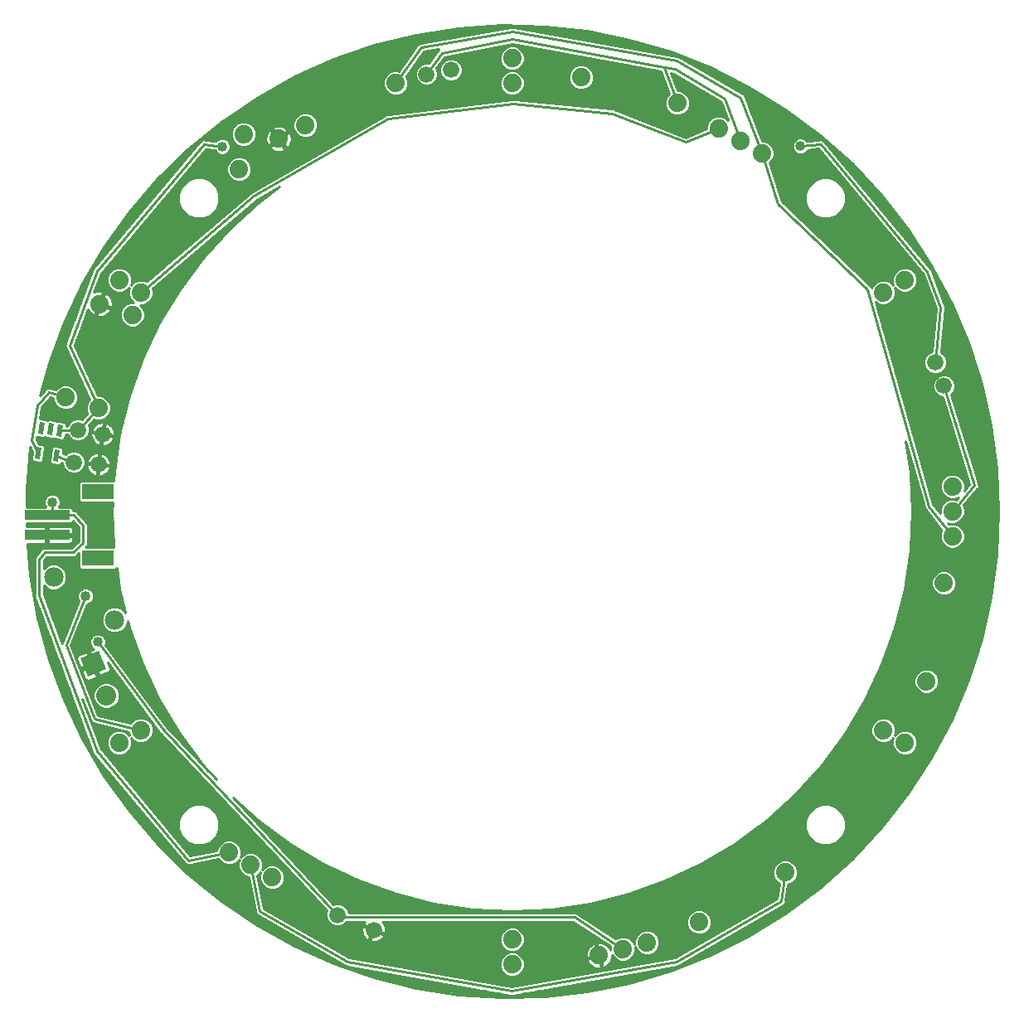
<source format=gbl>
G75*
%MOIN*%
%OFA0B0*%
%FSLAX24Y24*%
%IPPOS*%
%LPD*%
%AMOC8*
5,1,8,0,0,1.08239X$1,22.5*
%
%ADD10R,0.1811X0.0394*%
%ADD11R,0.1260X0.0630*%
%ADD12C,0.0800*%
%ADD13R,0.0800X0.0800*%
%ADD14R,0.0217X0.0472*%
%ADD15C,0.0780*%
%ADD16C,0.0660*%
%ADD17C,0.0740*%
%ADD18C,0.0100*%
%ADD19C,0.0400*%
D10*
X001134Y018890D03*
X001134Y019678D03*
D11*
X003181Y020622D03*
X003181Y017945D03*
D12*
X003524Y012427D03*
D13*
G36*
X002781Y013178D02*
X002475Y013916D01*
X003213Y014222D01*
X003519Y013484D01*
X002781Y013178D01*
G37*
D14*
G36*
X001593Y021826D02*
X001380Y021855D01*
X001441Y022322D01*
X001654Y022293D01*
X001593Y021826D01*
G37*
G36*
X000851Y021924D02*
X000638Y021953D01*
X000699Y022420D01*
X000912Y022391D01*
X000851Y021924D01*
G37*
G36*
X000985Y022939D02*
X000772Y022968D01*
X000833Y023435D01*
X001046Y023406D01*
X000985Y022939D01*
G37*
G36*
X001356Y022890D02*
X001143Y022919D01*
X001204Y023386D01*
X001417Y023357D01*
X001356Y022890D01*
G37*
G36*
X001727Y022841D02*
X001514Y022870D01*
X001575Y023337D01*
X001788Y023308D01*
X001727Y022841D01*
G37*
D15*
X001402Y017191D03*
X003859Y015471D03*
D16*
X003205Y021721D03*
X002209Y021808D03*
X003377Y022935D03*
X002392Y023109D03*
X016394Y037406D03*
X017379Y037579D03*
X036853Y025817D03*
X037195Y024877D03*
X014267Y003002D03*
X012812Y003605D03*
D17*
X010189Y005111D03*
X009323Y005611D03*
X008457Y006111D03*
X004048Y010530D03*
X004914Y011030D03*
X003206Y023983D03*
X001883Y024416D03*
X004574Y027742D03*
X004914Y028640D03*
X004048Y029140D03*
X003251Y028175D03*
X008861Y033592D03*
X009045Y034995D03*
X010447Y034810D03*
X011530Y035364D03*
X015156Y037054D03*
X019835Y037052D03*
X019835Y038052D03*
X022612Y037286D03*
X026476Y036250D03*
X028134Y035237D03*
X029000Y034737D03*
X029866Y034237D03*
X034756Y028640D03*
X035622Y029140D03*
X037532Y020835D03*
X037532Y019835D03*
X037532Y018835D03*
X037190Y016946D03*
X036496Y013007D03*
X034756Y011030D03*
X035622Y010530D03*
X030815Y005315D03*
X027351Y003315D03*
X025258Y002495D03*
X024292Y002237D03*
X023326Y001978D03*
X019835Y001619D03*
X019835Y002619D03*
D18*
X006370Y006060D02*
X005987Y006060D01*
X006087Y005962D02*
X006453Y005962D01*
X006535Y005863D02*
X006188Y005863D01*
X006289Y005765D02*
X006618Y005765D01*
X006655Y005720D02*
X006660Y005693D01*
X006701Y005665D01*
X006733Y005627D01*
X006761Y005624D01*
X006784Y005609D01*
X006832Y005618D01*
X006882Y005614D01*
X006903Y005632D01*
X008026Y005845D01*
X008033Y005827D01*
X008174Y005687D01*
X008358Y005611D01*
X008557Y005611D01*
X008740Y005687D01*
X008865Y005812D01*
X008823Y005710D01*
X008823Y005511D01*
X008899Y005327D01*
X009040Y005187D01*
X009224Y005111D01*
X009240Y005111D01*
X009507Y003783D01*
X009504Y003778D01*
X009522Y003711D01*
X009535Y003644D01*
X009541Y003640D01*
X009543Y003634D01*
X009602Y003599D01*
X009660Y003561D01*
X009666Y003563D01*
X013096Y001589D01*
X013116Y001561D01*
X013158Y001553D01*
X013196Y001532D01*
X013229Y001541D01*
X019745Y000373D01*
X019774Y000353D01*
X019815Y000361D01*
X019857Y000353D01*
X019886Y000373D01*
X026441Y001541D01*
X026475Y001532D01*
X026512Y001553D01*
X026554Y001561D01*
X026574Y001589D01*
X030678Y003959D01*
X030690Y003957D01*
X030741Y003995D01*
X030797Y004027D01*
X030800Y004039D01*
X030809Y004046D01*
X030819Y004109D01*
X030835Y004172D01*
X030829Y004182D01*
X030924Y004819D01*
X031098Y004891D01*
X031239Y005032D01*
X031315Y005216D01*
X031315Y005415D01*
X031239Y005599D01*
X031098Y005739D01*
X030915Y005815D01*
X030716Y005815D01*
X030532Y005739D01*
X030391Y005599D01*
X030315Y005415D01*
X030315Y005216D01*
X030391Y005032D01*
X030532Y004891D01*
X030568Y004876D01*
X030477Y004258D01*
X026387Y001896D01*
X019815Y000727D01*
X013283Y001896D01*
X009858Y003868D01*
X009593Y005181D01*
X009606Y005187D01*
X009731Y005312D01*
X009689Y005210D01*
X009689Y005011D01*
X009765Y004827D01*
X009906Y004687D01*
X010090Y004611D01*
X010289Y004611D01*
X010472Y004687D01*
X010613Y004827D01*
X010689Y005011D01*
X010689Y005210D01*
X010613Y005394D01*
X010472Y005535D01*
X010289Y005611D01*
X010090Y005611D01*
X009906Y005535D01*
X009781Y005410D01*
X009823Y005511D01*
X009823Y005710D01*
X009747Y005894D01*
X009606Y006035D01*
X009423Y006111D01*
X009224Y006111D01*
X009040Y006035D01*
X008915Y005910D01*
X008957Y006011D01*
X008957Y006210D01*
X008881Y006394D01*
X008740Y006535D01*
X008557Y006611D01*
X008358Y006611D01*
X008174Y006535D01*
X008033Y006394D01*
X007957Y006210D01*
X007957Y006199D01*
X006893Y005996D01*
X003300Y010281D01*
X002557Y012289D01*
X002875Y011476D01*
X002871Y011460D01*
X002901Y011409D01*
X002923Y011354D01*
X002939Y011347D01*
X002948Y011332D01*
X003005Y011318D01*
X003059Y011294D01*
X003076Y011300D01*
X004414Y010968D01*
X004414Y010930D01*
X004456Y010829D01*
X004331Y010954D01*
X004147Y011030D01*
X003948Y011030D01*
X003764Y010954D01*
X003624Y010813D01*
X003548Y010629D01*
X003548Y010430D01*
X003624Y010247D01*
X003764Y010106D01*
X003948Y010030D01*
X004147Y010030D01*
X004331Y010106D01*
X004472Y010247D01*
X004548Y010430D01*
X004548Y010629D01*
X004506Y010731D01*
X004630Y010606D01*
X004814Y010530D01*
X005013Y010530D01*
X005197Y010606D01*
X005338Y010747D01*
X005414Y010930D01*
X005414Y011129D01*
X005338Y011313D01*
X005197Y011454D01*
X005013Y011530D01*
X004814Y011530D01*
X004630Y011454D01*
X004496Y011319D01*
X003197Y011641D01*
X002096Y014460D01*
X002751Y016100D01*
X002755Y016100D01*
X002876Y016150D01*
X002969Y016243D01*
X003019Y016364D01*
X003019Y016495D01*
X002969Y016616D01*
X002876Y016709D01*
X002755Y016760D01*
X002624Y016760D01*
X002502Y016709D01*
X002410Y016616D01*
X002359Y016495D01*
X002359Y016364D01*
X002410Y016243D01*
X002418Y016235D01*
X001736Y014531D01*
X001728Y014531D01*
X001736Y014531D02*
X001732Y014521D01*
X000999Y016501D01*
X000999Y016858D01*
X001107Y016751D01*
X001298Y016671D01*
X001505Y016671D01*
X001696Y016751D01*
X001842Y016897D01*
X001922Y017088D01*
X001922Y017295D01*
X001842Y017486D01*
X003947Y017486D01*
X003865Y017500D02*
X003935Y017570D01*
X004064Y016698D01*
X004297Y015768D01*
X004154Y015912D01*
X003962Y015991D01*
X003756Y015991D01*
X003564Y015912D01*
X003418Y015765D01*
X003339Y015574D01*
X003339Y015367D01*
X003418Y015176D01*
X003564Y015030D01*
X003756Y014951D01*
X003962Y014951D01*
X004154Y015030D01*
X004300Y015176D01*
X004379Y015367D01*
X004379Y015441D01*
X004448Y015167D01*
X004979Y013682D01*
X004979Y013682D01*
X005654Y012255D01*
X006465Y010902D01*
X006465Y010902D01*
X007405Y009634D01*
X007936Y009048D01*
X005938Y011171D01*
X003491Y014464D01*
X003511Y014513D01*
X003511Y014645D01*
X003461Y014766D01*
X003368Y014859D01*
X003247Y014909D01*
X003116Y014909D01*
X002995Y014859D01*
X002902Y014766D01*
X002851Y014645D01*
X002851Y014513D01*
X002902Y014392D01*
X002995Y014299D01*
X003001Y014297D01*
X002832Y014227D01*
X003024Y013765D01*
X002931Y013727D01*
X002970Y013635D01*
X003062Y013673D01*
X003253Y013211D01*
X003595Y013352D01*
X003626Y013376D01*
X003650Y013408D01*
X003665Y013444D01*
X003670Y013483D01*
X003665Y013523D01*
X003568Y013757D01*
X005618Y010998D01*
X005617Y010986D01*
X005661Y010940D01*
X005700Y010888D01*
X005711Y010887D01*
X012391Y003790D01*
X012352Y003696D01*
X010156Y003696D01*
X009985Y003795D02*
X012387Y003795D01*
X012352Y003696D02*
X012352Y003513D01*
X012422Y003344D01*
X012552Y003215D01*
X012721Y003145D01*
X012904Y003145D01*
X013073Y003215D01*
X013194Y003336D01*
X013922Y003336D01*
X013901Y003315D01*
X013857Y003254D01*
X013835Y003212D01*
X014252Y003040D01*
X014230Y002987D01*
X013813Y003159D01*
X013799Y003115D01*
X013787Y003040D01*
X013787Y002964D01*
X013799Y002890D01*
X013822Y002818D01*
X013857Y002751D01*
X013901Y002690D01*
X013955Y002636D01*
X014016Y002592D01*
X014057Y002570D01*
X014230Y002987D01*
X014283Y002965D01*
X014305Y003018D01*
X014721Y002845D01*
X014735Y002890D01*
X014747Y002964D01*
X014747Y003040D01*
X014735Y003115D01*
X014712Y003186D01*
X014678Y003254D01*
X014633Y003315D01*
X014612Y003336D01*
X022281Y003336D01*
X023796Y002346D01*
X023792Y002336D01*
X023792Y002209D01*
X023771Y002250D01*
X023722Y002317D01*
X023792Y002317D01*
X023722Y002317D02*
X023665Y002374D01*
X023598Y002423D01*
X023525Y002460D01*
X023448Y002485D01*
X023367Y002498D01*
X023285Y002498D01*
X023220Y002488D01*
X023347Y002015D01*
X023289Y001999D01*
X023305Y001941D01*
X023363Y001957D01*
X023489Y001484D01*
X023525Y001496D01*
X023598Y001533D01*
X023665Y001581D01*
X023722Y001639D01*
X023771Y001705D01*
X023808Y001778D01*
X023833Y001856D01*
X023846Y001937D01*
X023846Y002007D01*
X023868Y001953D01*
X024009Y001813D01*
X024192Y001737D01*
X024391Y001737D01*
X024575Y001813D01*
X024716Y001953D01*
X024792Y002137D01*
X024792Y002314D01*
X024834Y002212D01*
X024974Y002072D01*
X025158Y001995D01*
X025357Y001995D01*
X025541Y002072D01*
X025682Y002212D01*
X025758Y002396D01*
X025758Y002595D01*
X025682Y002779D01*
X025541Y002919D01*
X025357Y002995D01*
X025158Y002995D01*
X024974Y002919D01*
X024834Y002779D01*
X024758Y002595D01*
X024758Y002418D01*
X024716Y002520D01*
X024575Y002660D01*
X024391Y002737D01*
X024192Y002737D01*
X024009Y002660D01*
X023994Y002646D01*
X022449Y003657D01*
X022410Y003696D01*
X027025Y003696D01*
X027068Y003739D02*
X026927Y003599D01*
X026851Y003415D01*
X026851Y003216D01*
X026927Y003032D01*
X027068Y002891D01*
X027252Y002815D01*
X027450Y002815D01*
X027634Y002891D01*
X027775Y003032D01*
X027851Y003216D01*
X027851Y003415D01*
X027775Y003599D01*
X027634Y003739D01*
X027450Y003815D01*
X027252Y003815D01*
X027068Y003739D01*
X027201Y003795D02*
X020636Y003795D01*
X021411Y003833D02*
X021411Y003833D01*
X022972Y004064D01*
X024503Y004448D01*
X025989Y004979D01*
X027415Y005654D01*
X028769Y006465D01*
X030036Y007405D01*
X031205Y008465D01*
X032265Y009634D01*
X033205Y010902D01*
X034016Y012255D01*
X034691Y013682D01*
X035223Y015167D01*
X035606Y016698D01*
X035837Y018259D01*
X035915Y019835D01*
X035837Y021411D01*
X035650Y022674D01*
X036404Y020017D01*
X036400Y019979D01*
X036424Y019948D01*
X036434Y019911D01*
X036468Y019892D01*
X037098Y019094D01*
X037032Y018934D01*
X037032Y018736D01*
X037108Y018552D01*
X037249Y018411D01*
X037432Y018335D01*
X037631Y018335D01*
X037815Y018411D01*
X037956Y018552D01*
X038032Y018736D01*
X038032Y018934D01*
X037956Y019118D01*
X037815Y019259D01*
X037631Y019335D01*
X037815Y019411D01*
X037956Y019552D01*
X038032Y019736D01*
X038032Y019934D01*
X037973Y020077D01*
X038521Y020722D01*
X038542Y020728D01*
X038568Y020777D01*
X038603Y020819D01*
X038601Y020840D01*
X038612Y020860D01*
X038596Y020912D01*
X038591Y020967D01*
X038574Y020981D01*
X037492Y024523D01*
X037585Y024616D01*
X037655Y024786D01*
X037655Y024969D01*
X037585Y025138D01*
X037456Y025267D01*
X037287Y025337D01*
X037104Y025337D01*
X036934Y025267D01*
X036805Y025138D01*
X036735Y024969D01*
X036735Y024786D01*
X036805Y024616D01*
X036934Y024487D01*
X037104Y024417D01*
X037147Y024417D01*
X038217Y020920D01*
X038005Y020670D01*
X038032Y020736D01*
X038032Y020934D01*
X038213Y020934D01*
X038182Y021032D02*
X037991Y021032D01*
X037956Y021118D02*
X037815Y021259D01*
X037631Y021335D01*
X037432Y021335D01*
X037249Y021259D01*
X037108Y021118D01*
X037032Y020934D01*
X036518Y020934D01*
X036490Y021032D02*
X037072Y021032D01*
X037032Y020934D02*
X037032Y020736D01*
X037108Y020552D01*
X037249Y020411D01*
X037432Y020335D01*
X037249Y020259D01*
X037108Y020118D01*
X037032Y019934D01*
X037032Y019759D01*
X036750Y020115D01*
X034443Y028246D01*
X034473Y028216D01*
X034657Y028140D01*
X034856Y028140D01*
X035040Y028216D01*
X035180Y028357D01*
X035256Y028541D01*
X035256Y028740D01*
X035214Y028841D01*
X035339Y028716D01*
X035523Y028640D01*
X035722Y028640D01*
X035906Y028716D01*
X036046Y028857D01*
X036122Y029041D01*
X036122Y029240D01*
X036046Y029423D01*
X035906Y029564D01*
X035722Y029640D01*
X035523Y029640D01*
X035339Y029564D01*
X035199Y029423D01*
X035122Y029240D01*
X035122Y029041D01*
X035164Y028939D01*
X035040Y029064D01*
X034856Y029140D01*
X034657Y029140D01*
X034473Y029064D01*
X034332Y028923D01*
X034286Y028811D01*
X034285Y028851D01*
X034266Y028868D01*
X034259Y028893D01*
X034214Y028918D01*
X030681Y032296D01*
X030182Y033845D01*
X030290Y033953D01*
X030366Y034137D01*
X030366Y034336D01*
X030290Y034520D01*
X030150Y034660D01*
X029966Y034737D01*
X029869Y034737D01*
X029200Y036504D01*
X029183Y036567D01*
X029174Y036573D01*
X029170Y036583D01*
X029110Y036610D01*
X026574Y038081D01*
X026554Y038109D01*
X026512Y038117D01*
X026475Y038138D01*
X026442Y038129D01*
X019906Y039297D01*
X019877Y039317D01*
X019835Y039309D01*
X019793Y039317D01*
X019765Y039297D01*
X016143Y038654D01*
X016071Y038642D01*
X016070Y038641D01*
X016069Y038641D01*
X016027Y038581D01*
X015284Y037542D01*
X015255Y037554D01*
X015056Y037554D01*
X014872Y037478D01*
X014732Y037338D01*
X014656Y037154D01*
X014656Y036955D01*
X014732Y036771D01*
X014872Y036630D01*
X015056Y036554D01*
X015255Y036554D01*
X015439Y036630D01*
X015579Y036771D01*
X015656Y036955D01*
X015656Y037154D01*
X015579Y037337D01*
X016277Y038312D01*
X016892Y038421D01*
X016852Y038363D01*
X016496Y037861D01*
X016485Y037866D01*
X016302Y037866D01*
X016133Y037796D01*
X016004Y037666D01*
X015934Y037497D01*
X015934Y037314D01*
X016004Y037145D01*
X016133Y037016D01*
X016302Y036946D01*
X016485Y036946D01*
X016654Y037016D01*
X016784Y037145D01*
X016854Y037314D01*
X016854Y037497D01*
X016790Y037652D01*
X017105Y038097D01*
X019836Y038628D01*
X025816Y037534D01*
X026146Y036628D01*
X026052Y036534D01*
X025976Y036350D01*
X025976Y036151D01*
X026052Y035967D01*
X026192Y035827D01*
X026376Y035750D01*
X026575Y035750D01*
X026759Y035827D01*
X026899Y035967D01*
X026976Y036151D01*
X026976Y036350D01*
X026899Y036534D01*
X026759Y036674D01*
X026575Y036750D01*
X026485Y036750D01*
X026228Y037455D01*
X026306Y037440D01*
X028251Y036307D01*
X028515Y035563D01*
X028418Y035660D01*
X028234Y035737D01*
X028035Y035737D01*
X027851Y035660D01*
X027710Y035520D01*
X027634Y035336D01*
X027634Y035219D01*
X026820Y034872D01*
X023960Y035990D01*
X023942Y036011D01*
X023893Y036016D01*
X023847Y036034D01*
X023821Y036023D01*
X019964Y036387D01*
X019947Y036400D01*
X019892Y036394D01*
X019837Y036399D01*
X019820Y036386D01*
X014868Y035805D01*
X014829Y035816D01*
X014797Y035797D01*
X014760Y035793D01*
X014735Y035761D01*
X009420Y032696D01*
X009401Y032698D01*
X009357Y032660D01*
X009307Y032631D01*
X009302Y032613D01*
X005155Y029082D01*
X005013Y029140D01*
X004814Y029140D01*
X004630Y029064D01*
X004506Y028939D01*
X004548Y029041D01*
X004548Y029240D01*
X004472Y029423D01*
X004331Y029564D01*
X004147Y029640D01*
X003948Y029640D01*
X003764Y029564D01*
X003624Y029423D01*
X003548Y029240D01*
X003548Y029041D01*
X003624Y028857D01*
X003764Y028716D01*
X003948Y028640D01*
X004147Y028640D01*
X004331Y028716D01*
X004456Y028841D01*
X004414Y028740D01*
X004414Y028541D01*
X004490Y028357D01*
X004605Y028242D01*
X004475Y028242D01*
X004291Y028166D01*
X004150Y028025D01*
X004074Y027841D01*
X004074Y027643D01*
X004150Y027459D01*
X004291Y027318D01*
X004475Y027242D01*
X004674Y027242D01*
X004857Y027318D01*
X004998Y027459D01*
X005074Y027643D01*
X005074Y027841D01*
X004998Y028025D01*
X004883Y028140D01*
X005013Y028140D01*
X005197Y028216D01*
X005338Y028357D01*
X005414Y028541D01*
X005414Y028740D01*
X005386Y028806D01*
X009565Y032364D01*
X010478Y032891D01*
X009634Y032265D01*
X008465Y031205D01*
X007405Y030036D01*
X006465Y028769D01*
X005654Y027415D01*
X005654Y027415D01*
X004979Y025989D01*
X004979Y025989D01*
X004448Y024503D01*
X004448Y024503D01*
X004064Y022972D01*
X003833Y021411D01*
X003816Y021067D01*
X002498Y021067D01*
X002422Y020991D01*
X002422Y020254D01*
X002498Y020177D01*
X003772Y020177D01*
X003755Y019835D01*
X003826Y018390D01*
X002680Y018390D01*
X002717Y018427D01*
X002769Y018476D01*
X002769Y018479D01*
X002771Y018481D01*
X002771Y018553D01*
X002773Y018625D01*
X002771Y018627D01*
X002771Y019260D01*
X002774Y019330D01*
X002771Y019334D01*
X002771Y019339D01*
X002721Y019388D01*
X002397Y019747D01*
X002397Y019752D01*
X002347Y019802D01*
X002300Y019854D01*
X002295Y019854D01*
X002291Y019858D01*
X002221Y019858D01*
X002170Y019860D01*
X002170Y019928D01*
X002094Y020004D01*
X001613Y020004D01*
X001631Y020022D01*
X001681Y020143D01*
X001681Y020275D01*
X001631Y020396D01*
X001538Y020489D01*
X001416Y020539D01*
X001285Y020539D01*
X001164Y020489D01*
X001071Y020396D01*
X001021Y020275D01*
X001021Y020143D01*
X001071Y020022D01*
X001089Y020004D01*
X000304Y020004D01*
X000304Y020700D01*
X000457Y022423D01*
X000458Y022426D01*
X000544Y022241D01*
X000501Y021915D01*
X000567Y021830D01*
X000888Y021787D01*
X000974Y021853D01*
X001049Y022428D01*
X000984Y022514D01*
X000803Y022537D01*
X000711Y022734D01*
X000729Y022841D01*
X001022Y022802D01*
X001050Y022824D01*
X001071Y022796D01*
X001393Y022754D01*
X001421Y022775D01*
X001442Y022747D01*
X001764Y022705D01*
X001849Y022770D01*
X001868Y022915D01*
X001973Y022918D01*
X002002Y022848D01*
X002131Y022719D01*
X002300Y022649D01*
X002483Y022649D01*
X002652Y022719D01*
X002782Y022848D01*
X002852Y023017D01*
X002852Y023200D01*
X002812Y023296D01*
X003020Y023519D01*
X003107Y023483D01*
X003306Y023483D01*
X003489Y023559D01*
X003630Y023700D01*
X003706Y023884D01*
X003706Y024083D01*
X003630Y024266D01*
X003489Y024407D01*
X003306Y024483D01*
X003172Y024483D01*
X002235Y026497D01*
X002775Y027964D01*
X002807Y027903D01*
X002855Y027836D01*
X002913Y027778D01*
X002979Y027730D01*
X002689Y027730D01*
X002653Y027632D02*
X004079Y027632D01*
X004074Y027730D02*
X003523Y027730D01*
X003524Y027730D02*
X003590Y027778D01*
X003648Y027836D01*
X003696Y027903D01*
X003726Y027961D01*
X003274Y028126D01*
X003110Y027674D01*
X003130Y027668D01*
X003210Y027655D01*
X003292Y027655D01*
X003373Y027668D01*
X003451Y027693D01*
X003524Y027730D01*
X003640Y027829D02*
X004074Y027829D01*
X004110Y027927D02*
X003709Y027927D01*
X003752Y028034D02*
X003759Y028053D01*
X003771Y028134D01*
X003771Y028216D01*
X003759Y028297D01*
X003733Y028375D01*
X003696Y028448D01*
X003648Y028514D01*
X003590Y028572D01*
X003524Y028620D01*
X003465Y028650D01*
X003301Y028198D01*
X003752Y028034D01*
X003770Y028124D02*
X004249Y028124D01*
X004151Y028026D02*
X003549Y028026D01*
X003504Y028124D02*
X003279Y028124D01*
X003274Y028126D02*
X003301Y028198D01*
X003228Y028225D01*
X003393Y028676D01*
X003373Y028682D01*
X003292Y028695D01*
X003210Y028695D01*
X003130Y028682D01*
X003052Y028657D01*
X003026Y028644D01*
X003300Y029389D01*
X007508Y034407D01*
X007883Y034358D01*
X007902Y034313D01*
X007995Y034221D01*
X008116Y034170D01*
X008247Y034170D01*
X008368Y034221D01*
X008461Y034313D01*
X008511Y034435D01*
X008511Y034566D01*
X008461Y034687D01*
X008368Y034780D01*
X008247Y034830D01*
X008116Y034830D01*
X007995Y034780D01*
X007930Y034715D01*
X007509Y034770D01*
X007492Y034785D01*
X007437Y034780D01*
X007383Y034787D01*
X007365Y034774D01*
X007343Y034772D01*
X007308Y034730D01*
X007265Y034696D01*
X007262Y034674D01*
X003030Y029627D01*
X002999Y029613D01*
X002984Y029572D01*
X002956Y029539D01*
X002959Y029505D01*
X001897Y026620D01*
X001896Y026620D01*
X001871Y026550D01*
X001845Y026481D01*
X001845Y026481D01*
X001845Y026480D01*
X001877Y026413D01*
X001908Y026345D01*
X002846Y024330D01*
X002782Y024266D01*
X002706Y024083D01*
X002706Y023884D01*
X002756Y023764D01*
X002549Y023542D01*
X002483Y023569D01*
X002300Y023569D01*
X002131Y023499D01*
X002002Y023369D01*
X001964Y023277D01*
X001916Y023276D01*
X001925Y023345D01*
X001859Y023431D01*
X001538Y023473D01*
X001510Y023452D01*
X001488Y023480D01*
X001167Y023522D01*
X001139Y023501D01*
X001118Y023529D01*
X000851Y023564D01*
X000929Y024026D01*
X001271Y024413D01*
X001383Y024379D01*
X001383Y024317D01*
X001459Y024133D01*
X001600Y023992D01*
X001784Y023916D01*
X001983Y023916D01*
X002167Y023992D01*
X002307Y024133D01*
X002383Y024317D01*
X002383Y024516D01*
X002307Y024700D01*
X002167Y024840D01*
X001983Y024916D01*
X001784Y024916D01*
X001600Y024840D01*
X001484Y024725D01*
X001303Y024779D01*
X001276Y024803D01*
X001234Y024800D01*
X001194Y024812D01*
X001163Y024796D01*
X001128Y024794D01*
X001100Y024762D01*
X001062Y024742D01*
X001052Y024708D01*
X000862Y024493D01*
X001215Y025794D01*
X001815Y027416D01*
X002555Y028979D01*
X003431Y030471D01*
X004435Y031879D01*
X005560Y033193D01*
X006796Y034402D01*
X008135Y035497D01*
X009565Y036470D01*
X011075Y037313D01*
X012654Y038019D01*
X014289Y038582D01*
X015968Y038999D01*
X017677Y039266D01*
X019403Y039380D01*
X021132Y039342D01*
X022851Y039151D01*
X024546Y038809D01*
X026204Y038318D01*
X027813Y037683D01*
X029359Y036908D01*
X030831Y036000D01*
X032217Y034965D01*
X033505Y033811D01*
X034687Y032548D01*
X035752Y031186D01*
X036693Y029735D01*
X037502Y028206D01*
X038173Y026612D01*
X038700Y024965D01*
X039080Y023277D01*
X039309Y021563D01*
X039385Y019835D01*
X039309Y018107D01*
X039080Y016393D01*
X038700Y014706D01*
X038173Y013058D01*
X037502Y011464D01*
X036693Y009935D01*
X035752Y008484D01*
X034687Y007122D01*
X033505Y005859D01*
X032217Y004706D01*
X030831Y003670D01*
X029359Y002762D01*
X027813Y001987D01*
X026204Y001352D01*
X024546Y000861D01*
X022851Y000519D01*
X021132Y000328D01*
X019403Y000290D01*
X017677Y000404D01*
X015968Y000671D01*
X014289Y001088D01*
X012654Y001652D01*
X011075Y002357D01*
X009565Y003200D01*
X008135Y004173D01*
X006796Y005268D01*
X005560Y006477D01*
X004435Y007791D01*
X003431Y009199D01*
X002555Y010691D01*
X001815Y012254D01*
X001215Y013876D01*
X000762Y015545D01*
X000457Y017248D01*
X000342Y018543D01*
X001086Y018543D01*
X001086Y018842D01*
X001183Y018842D01*
X001183Y018939D01*
X001086Y018939D01*
X001086Y019237D01*
X000304Y019237D01*
X000304Y019351D01*
X002094Y019351D01*
X002170Y019427D01*
X002170Y019461D01*
X002411Y019195D01*
X002411Y018633D01*
X002125Y018361D01*
X001098Y018361D01*
X001088Y018369D01*
X001025Y018361D01*
X000961Y018361D01*
X000953Y018353D01*
X000940Y018351D01*
X000901Y018301D01*
X000856Y018256D01*
X000856Y018244D01*
X000684Y018026D01*
X000639Y017980D01*
X000639Y017968D01*
X000632Y017958D01*
X000639Y017895D01*
X000639Y016508D01*
X000625Y016476D01*
X000639Y016437D01*
X000639Y016394D01*
X000664Y016369D01*
X002959Y010165D01*
X002956Y010131D01*
X002984Y010098D01*
X002999Y010057D01*
X003030Y010043D01*
X006655Y005720D01*
X006700Y005666D02*
X006390Y005666D01*
X006490Y005568D02*
X008823Y005568D01*
X008823Y005666D02*
X008690Y005666D01*
X008818Y005765D02*
X008846Y005765D01*
X008937Y005962D02*
X008967Y005962D01*
X008957Y006060D02*
X009102Y006060D01*
X008957Y006159D02*
X010162Y006159D01*
X010069Y006257D02*
X008938Y006257D01*
X008897Y006356D02*
X009976Y006356D01*
X009883Y006454D02*
X008821Y006454D01*
X008697Y006553D02*
X009791Y006553D01*
X009698Y006651D02*
X007811Y006651D01*
X007909Y006750D02*
X009605Y006750D01*
X009513Y006848D02*
X007963Y006848D01*
X007932Y006772D02*
X008057Y007074D01*
X008057Y007400D01*
X007932Y007701D01*
X007932Y007701D01*
X007701Y007932D01*
X007400Y008057D01*
X007074Y008057D01*
X006772Y007932D01*
X006541Y007701D01*
X006417Y007400D01*
X006417Y007074D01*
X006541Y006772D01*
X006772Y006541D01*
X006772Y006541D01*
X007074Y006417D01*
X007274Y006417D01*
X007400Y006417D01*
X007701Y006541D01*
X007932Y006772D01*
X007932Y006772D01*
X008004Y006947D02*
X009420Y006947D01*
X009327Y007045D02*
X008045Y007045D01*
X008057Y007144D02*
X009234Y007144D01*
X009142Y007242D02*
X008057Y007242D01*
X008057Y007341D02*
X009049Y007341D01*
X008956Y007439D02*
X008040Y007439D01*
X008000Y007538D02*
X008864Y007538D01*
X008771Y007636D02*
X007959Y007636D01*
X007898Y007735D02*
X008678Y007735D01*
X008585Y007833D02*
X007800Y007833D01*
X007701Y007932D02*
X008493Y007932D01*
X008400Y008030D02*
X007464Y008030D01*
X007701Y007932D02*
X007701Y007932D01*
X008122Y008326D02*
X004940Y008326D01*
X004857Y008424D02*
X008029Y008424D01*
X007937Y008523D02*
X004775Y008523D01*
X004692Y008621D02*
X007844Y008621D01*
X007751Y008720D02*
X004610Y008720D01*
X004527Y008818D02*
X007658Y008818D01*
X007566Y008917D02*
X004444Y008917D01*
X004362Y009015D02*
X007473Y009015D01*
X007380Y009114D02*
X004279Y009114D01*
X004197Y009212D02*
X007288Y009212D01*
X007195Y009311D02*
X004114Y009311D01*
X004031Y009409D02*
X007102Y009409D01*
X007009Y009508D02*
X003949Y009508D01*
X003866Y009606D02*
X006917Y009606D01*
X006824Y009705D02*
X003784Y009705D01*
X003701Y009803D02*
X006731Y009803D01*
X006639Y009902D02*
X003618Y009902D01*
X003536Y010000D02*
X006546Y010000D01*
X006453Y010099D02*
X004313Y010099D01*
X004422Y010197D02*
X006360Y010197D01*
X006268Y010296D02*
X004492Y010296D01*
X004533Y010394D02*
X006175Y010394D01*
X006082Y010493D02*
X004548Y010493D01*
X004548Y010591D02*
X004667Y010591D01*
X004547Y010690D02*
X004523Y010690D01*
X004432Y010887D02*
X004398Y010887D01*
X004347Y010985D02*
X004256Y010985D01*
X003949Y011084D02*
X003003Y011084D01*
X002967Y011182D02*
X003552Y011182D01*
X003697Y010887D02*
X003076Y010887D01*
X003040Y010985D02*
X003840Y010985D01*
X003613Y010788D02*
X003113Y010788D01*
X003149Y010690D02*
X003573Y010690D01*
X003548Y010591D02*
X003185Y010591D01*
X003222Y010493D02*
X003548Y010493D01*
X003563Y010394D02*
X003258Y010394D01*
X003295Y010296D02*
X003604Y010296D01*
X003673Y010197D02*
X003371Y010197D01*
X003453Y010099D02*
X003783Y010099D01*
X003314Y009705D02*
X003135Y009705D01*
X003077Y009803D02*
X003231Y009803D01*
X003149Y009902D02*
X003019Y009902D01*
X003066Y010000D02*
X002961Y010000D01*
X002983Y010099D02*
X002903Y010099D01*
X002947Y010197D02*
X002845Y010197D01*
X002787Y010296D02*
X002911Y010296D01*
X002875Y010394D02*
X002730Y010394D01*
X002672Y010493D02*
X002838Y010493D01*
X002802Y010591D02*
X002614Y010591D01*
X002556Y010690D02*
X002765Y010690D01*
X002729Y010788D02*
X002509Y010788D01*
X002463Y010887D02*
X002692Y010887D01*
X002656Y010985D02*
X002416Y010985D01*
X002369Y011084D02*
X002619Y011084D01*
X002583Y011182D02*
X002323Y011182D01*
X002276Y011281D02*
X002547Y011281D01*
X002510Y011379D02*
X002229Y011379D01*
X002183Y011478D02*
X002474Y011478D01*
X002437Y011576D02*
X002136Y011576D01*
X002089Y011675D02*
X002401Y011675D01*
X002364Y011773D02*
X002043Y011773D01*
X001996Y011872D02*
X002328Y011872D01*
X002292Y011970D02*
X001949Y011970D01*
X001903Y012069D02*
X002255Y012069D01*
X002219Y012167D02*
X001856Y012167D01*
X001810Y012266D02*
X002182Y012266D01*
X002146Y012364D02*
X001774Y012364D01*
X001738Y012463D02*
X002109Y012463D01*
X002073Y012561D02*
X001701Y012561D01*
X001665Y012660D02*
X002036Y012660D01*
X002000Y012758D02*
X001628Y012758D01*
X001592Y012857D02*
X001964Y012857D01*
X001927Y012955D02*
X001556Y012955D01*
X001519Y013054D02*
X001891Y013054D01*
X001854Y013152D02*
X001483Y013152D01*
X001446Y013251D02*
X001818Y013251D01*
X001781Y013349D02*
X001410Y013349D01*
X001374Y013448D02*
X001745Y013448D01*
X001709Y013546D02*
X001337Y013546D01*
X001301Y013645D02*
X001672Y013645D01*
X001636Y013743D02*
X001264Y013743D01*
X001228Y013842D02*
X001599Y013842D01*
X001563Y013940D02*
X001198Y013940D01*
X001171Y014039D02*
X001526Y014039D01*
X001490Y014137D02*
X001144Y014137D01*
X001118Y014236D02*
X001454Y014236D01*
X001417Y014334D02*
X001091Y014334D01*
X001064Y014433D02*
X001381Y014433D01*
X001344Y014531D02*
X001037Y014531D01*
X001010Y014630D02*
X001308Y014630D01*
X001271Y014728D02*
X000984Y014728D01*
X000957Y014827D02*
X001235Y014827D01*
X001198Y014925D02*
X000930Y014925D01*
X000903Y015024D02*
X001162Y015024D01*
X001126Y015122D02*
X000877Y015122D01*
X000850Y015221D02*
X001089Y015221D01*
X001053Y015319D02*
X000823Y015319D01*
X000796Y015418D02*
X001016Y015418D01*
X000980Y015516D02*
X000769Y015516D01*
X000749Y015615D02*
X000943Y015615D01*
X000907Y015713D02*
X000731Y015713D01*
X000714Y015812D02*
X000871Y015812D01*
X000834Y015910D02*
X000696Y015910D01*
X000679Y016009D02*
X000798Y016009D01*
X000761Y016107D02*
X000661Y016107D01*
X000643Y016206D02*
X000725Y016206D01*
X000688Y016304D02*
X000626Y016304D01*
X000639Y016403D02*
X000608Y016403D01*
X000591Y016501D02*
X000636Y016501D01*
X000639Y016600D02*
X000573Y016600D01*
X000555Y016698D02*
X000639Y016698D01*
X000639Y016797D02*
X000538Y016797D01*
X000520Y016895D02*
X000639Y016895D01*
X000639Y016994D02*
X000502Y016994D01*
X000485Y017092D02*
X000639Y017092D01*
X000639Y017191D02*
X000467Y017191D01*
X000453Y017289D02*
X000639Y017289D01*
X000639Y017388D02*
X000445Y017388D01*
X000436Y017486D02*
X000639Y017486D01*
X000639Y017585D02*
X000427Y017585D01*
X000418Y017683D02*
X000639Y017683D01*
X000639Y017782D02*
X000410Y017782D01*
X000401Y017880D02*
X000639Y017880D01*
X000639Y017979D02*
X000392Y017979D01*
X000383Y018077D02*
X000725Y018077D01*
X000802Y018176D02*
X000375Y018176D01*
X000366Y018274D02*
X000874Y018274D01*
X001036Y018181D02*
X002197Y018181D01*
X002591Y018556D01*
X002591Y019264D01*
X002217Y019678D01*
X001351Y019678D01*
X001351Y020209D01*
X001585Y020441D02*
X002422Y020441D01*
X002422Y020343D02*
X001653Y020343D01*
X001681Y020244D02*
X002431Y020244D01*
X002422Y020540D02*
X000304Y020540D01*
X000304Y020638D02*
X002422Y020638D01*
X002422Y020737D02*
X000307Y020737D01*
X000316Y020835D02*
X002422Y020835D01*
X002422Y020934D02*
X000325Y020934D01*
X000334Y021032D02*
X002462Y021032D01*
X002300Y021348D02*
X002470Y021418D01*
X002599Y021547D01*
X002669Y021716D01*
X002669Y021899D01*
X002599Y022068D01*
X002470Y022198D01*
X002300Y022268D01*
X002117Y022268D01*
X001948Y022198D01*
X001878Y022128D01*
X001770Y022170D01*
X001791Y022331D01*
X001726Y022416D01*
X001404Y022458D01*
X001319Y022393D01*
X001243Y021818D01*
X001308Y021732D01*
X001630Y021690D01*
X001715Y021755D01*
X001722Y021802D01*
X001749Y021792D01*
X001749Y021716D01*
X001819Y021547D01*
X001948Y021418D01*
X002117Y021348D01*
X002300Y021348D01*
X002478Y021426D02*
X002826Y021426D01*
X002839Y021408D02*
X002795Y021469D01*
X002760Y021536D01*
X002737Y021608D01*
X002725Y021683D01*
X002725Y021732D01*
X003173Y021693D01*
X003232Y021688D01*
X003193Y021241D01*
X003243Y021241D01*
X003318Y021252D01*
X003389Y021276D01*
X003457Y021310D01*
X003518Y021354D01*
X003571Y021408D01*
X003616Y021469D01*
X003650Y021536D01*
X003673Y021608D01*
X003680Y021649D01*
X003232Y021688D01*
X003238Y021748D01*
X003685Y021709D01*
X003685Y021758D01*
X003673Y021833D01*
X003650Y021905D01*
X003616Y021972D01*
X003571Y022033D01*
X003518Y022087D01*
X003457Y022131D01*
X003389Y022165D01*
X003318Y022189D01*
X003277Y022195D01*
X003238Y021748D01*
X003178Y021753D01*
X003173Y021693D01*
X003134Y021246D01*
X003093Y021252D01*
X003021Y021276D01*
X002954Y021310D01*
X002892Y021354D01*
X002839Y021408D01*
X002930Y021328D02*
X000360Y021328D01*
X000369Y021426D02*
X001940Y021426D01*
X001842Y021525D02*
X000377Y021525D01*
X000386Y021623D02*
X001788Y021623D01*
X001749Y021722D02*
X001671Y021722D01*
X001389Y021722D02*
X000395Y021722D01*
X000404Y021820D02*
X000640Y021820D01*
X000502Y021919D02*
X000412Y021919D01*
X000421Y022017D02*
X000515Y022017D01*
X000528Y022116D02*
X000430Y022116D01*
X000438Y022214D02*
X000541Y022214D01*
X000511Y022313D02*
X000447Y022313D01*
X000456Y022411D02*
X000465Y022411D01*
X000524Y022709D02*
X000775Y022172D01*
X001008Y022116D02*
X001282Y022116D01*
X001295Y022214D02*
X001021Y022214D01*
X001034Y022313D02*
X001308Y022313D01*
X001343Y022411D02*
X001047Y022411D01*
X000987Y022510D02*
X003155Y022510D01*
X003125Y022525D02*
X003192Y022490D01*
X003264Y022467D01*
X003342Y022911D01*
X002899Y022989D01*
X002897Y022973D01*
X002897Y022897D01*
X002908Y022823D01*
X002932Y022751D01*
X002966Y022684D01*
X003011Y022623D01*
X003064Y022569D01*
X003125Y022525D01*
X003025Y022608D02*
X000770Y022608D01*
X000724Y022707D02*
X001750Y022707D01*
X001766Y022707D02*
X002161Y022707D01*
X002045Y022805D02*
X001854Y022805D01*
X001867Y022904D02*
X001979Y022904D01*
X001651Y023089D02*
X002392Y023109D01*
X003206Y023983D01*
X002040Y026489D01*
X003142Y029481D01*
X007433Y034599D01*
X008181Y034500D01*
X007938Y034724D02*
X007865Y034724D01*
X008096Y034822D02*
X007310Y034822D01*
X007300Y034724D02*
X007189Y034724D01*
X007221Y034625D02*
X007069Y034625D01*
X007138Y034527D02*
X006949Y034527D01*
X007055Y034428D02*
X006828Y034428D01*
X006796Y034402D02*
X006796Y034402D01*
X006722Y034330D02*
X006973Y034330D01*
X006890Y034231D02*
X006622Y034231D01*
X006521Y034133D02*
X006808Y034133D01*
X006725Y034034D02*
X006420Y034034D01*
X006319Y033936D02*
X006642Y033936D01*
X006560Y033837D02*
X006219Y033837D01*
X006118Y033739D02*
X006477Y033739D01*
X006395Y033640D02*
X006017Y033640D01*
X005917Y033542D02*
X006312Y033542D01*
X006230Y033443D02*
X005816Y033443D01*
X005715Y033345D02*
X006147Y033345D01*
X006064Y033246D02*
X005615Y033246D01*
X005521Y033148D02*
X005982Y033148D01*
X005899Y033049D02*
X005437Y033049D01*
X005353Y032951D02*
X005817Y032951D01*
X005734Y032852D02*
X005268Y032852D01*
X005184Y032754D02*
X005651Y032754D01*
X005569Y032655D02*
X005100Y032655D01*
X005015Y032557D02*
X005486Y032557D01*
X005404Y032458D02*
X004931Y032458D01*
X004847Y032360D02*
X005321Y032360D01*
X005238Y032261D02*
X004763Y032261D01*
X004678Y032163D02*
X005156Y032163D01*
X005073Y032064D02*
X004594Y032064D01*
X004510Y031966D02*
X004991Y031966D01*
X004908Y031867D02*
X004427Y031867D01*
X004357Y031769D02*
X004826Y031769D01*
X004743Y031670D02*
X004286Y031670D01*
X004216Y031572D02*
X004660Y031572D01*
X004578Y031473D02*
X004146Y031473D01*
X004076Y031375D02*
X004495Y031375D01*
X004413Y031276D02*
X004005Y031276D01*
X003935Y031178D02*
X004330Y031178D01*
X004247Y031079D02*
X003865Y031079D01*
X003795Y030981D02*
X004165Y030981D01*
X004082Y030882D02*
X003725Y030882D01*
X003654Y030784D02*
X004000Y030784D01*
X003917Y030685D02*
X003584Y030685D01*
X003514Y030587D02*
X003834Y030587D01*
X003752Y030488D02*
X003444Y030488D01*
X003384Y030390D02*
X003669Y030390D01*
X003587Y030291D02*
X003326Y030291D01*
X003268Y030193D02*
X003504Y030193D01*
X003422Y030094D02*
X003210Y030094D01*
X003152Y029996D02*
X003339Y029996D01*
X003256Y029897D02*
X003094Y029897D01*
X003036Y029799D02*
X003174Y029799D01*
X003091Y029700D02*
X002979Y029700D01*
X002995Y029602D02*
X002921Y029602D01*
X002959Y029503D02*
X002863Y029503D01*
X002805Y029405D02*
X002922Y029405D01*
X002886Y029306D02*
X002747Y029306D01*
X002689Y029208D02*
X002850Y029208D01*
X002813Y029109D02*
X002632Y029109D01*
X002574Y029011D02*
X002777Y029011D01*
X002741Y028912D02*
X002524Y028912D01*
X002477Y028814D02*
X002705Y028814D01*
X002668Y028715D02*
X002430Y028715D01*
X002384Y028617D02*
X002632Y028617D01*
X002596Y028518D02*
X002337Y028518D01*
X002290Y028420D02*
X002559Y028420D01*
X002523Y028321D02*
X002244Y028321D01*
X002197Y028223D02*
X002487Y028223D01*
X002450Y028124D02*
X002150Y028124D01*
X002103Y028026D02*
X002414Y028026D01*
X002378Y027927D02*
X002057Y027927D01*
X002010Y027829D02*
X002342Y027829D01*
X002305Y027730D02*
X001963Y027730D01*
X001917Y027632D02*
X002269Y027632D01*
X002233Y027533D02*
X001870Y027533D01*
X001823Y027435D02*
X002196Y027435D01*
X002160Y027336D02*
X001785Y027336D01*
X001749Y027238D02*
X002124Y027238D01*
X002088Y027139D02*
X001712Y027139D01*
X001676Y027041D02*
X002051Y027041D01*
X002015Y026942D02*
X001640Y026942D01*
X001603Y026844D02*
X001979Y026844D01*
X001942Y026745D02*
X001567Y026745D01*
X001530Y026647D02*
X001906Y026647D01*
X001870Y026548D02*
X001494Y026548D01*
X001458Y026450D02*
X001859Y026450D01*
X001905Y026351D02*
X001421Y026351D01*
X001385Y026253D02*
X001951Y026253D01*
X001908Y026345D02*
X001908Y026345D01*
X001997Y026154D02*
X001348Y026154D01*
X001312Y026056D02*
X002043Y026056D01*
X002089Y025957D02*
X001276Y025957D01*
X001239Y025859D02*
X002135Y025859D01*
X002180Y025760D02*
X001206Y025760D01*
X001179Y025662D02*
X002226Y025662D01*
X002272Y025563D02*
X001153Y025563D01*
X001126Y025465D02*
X002318Y025465D01*
X002364Y025366D02*
X001099Y025366D01*
X001072Y025268D02*
X002410Y025268D01*
X002456Y025169D02*
X001045Y025169D01*
X001019Y025071D02*
X002501Y025071D01*
X002547Y024972D02*
X000992Y024972D01*
X000965Y024874D02*
X001681Y024874D01*
X001535Y024775D02*
X001317Y024775D01*
X001213Y024619D02*
X000760Y024107D01*
X000524Y022709D01*
X000723Y022805D02*
X001001Y022805D01*
X001025Y022805D02*
X001064Y022805D01*
X001376Y023495D02*
X002127Y023495D01*
X002028Y023396D02*
X001886Y023396D01*
X001918Y023298D02*
X001972Y023298D01*
X002597Y023593D02*
X000856Y023593D01*
X000873Y023692D02*
X002689Y023692D01*
X002745Y023790D02*
X000889Y023790D01*
X000906Y023889D02*
X002706Y023889D01*
X002706Y023987D02*
X002154Y023987D01*
X002260Y024086D02*
X002707Y024086D01*
X002748Y024184D02*
X002328Y024184D01*
X002369Y024283D02*
X002798Y024283D01*
X002822Y024381D02*
X002383Y024381D01*
X002383Y024480D02*
X002776Y024480D01*
X002731Y024578D02*
X002357Y024578D01*
X002317Y024677D02*
X002685Y024677D01*
X002639Y024775D02*
X002232Y024775D01*
X002086Y024874D02*
X002593Y024874D01*
X002898Y025071D02*
X004651Y025071D01*
X004686Y025169D02*
X002853Y025169D01*
X002807Y025268D02*
X004721Y025268D01*
X004756Y025366D02*
X002761Y025366D01*
X002715Y025465D02*
X004792Y025465D01*
X004827Y025563D02*
X002669Y025563D01*
X002623Y025662D02*
X004862Y025662D01*
X004897Y025760D02*
X002577Y025760D01*
X002532Y025859D02*
X004933Y025859D01*
X004968Y025957D02*
X002486Y025957D01*
X002440Y026056D02*
X005011Y026056D01*
X005057Y026154D02*
X002394Y026154D01*
X002348Y026253D02*
X005104Y026253D01*
X005151Y026351D02*
X002302Y026351D01*
X002256Y026450D02*
X005197Y026450D01*
X005244Y026548D02*
X002254Y026548D01*
X002290Y026647D02*
X005290Y026647D01*
X005337Y026745D02*
X002326Y026745D01*
X002362Y026844D02*
X005384Y026844D01*
X005430Y026942D02*
X002399Y026942D01*
X002435Y027041D02*
X005477Y027041D01*
X005523Y027139D02*
X002471Y027139D01*
X002508Y027238D02*
X005570Y027238D01*
X005616Y027336D02*
X004875Y027336D01*
X004974Y027435D02*
X005666Y027435D01*
X005725Y027533D02*
X005029Y027533D01*
X005070Y027632D02*
X005784Y027632D01*
X005843Y027730D02*
X005074Y027730D01*
X005074Y027829D02*
X005902Y027829D01*
X005961Y027927D02*
X005039Y027927D01*
X004998Y028026D02*
X006020Y028026D01*
X006079Y028124D02*
X004899Y028124D01*
X005203Y028223D02*
X006138Y028223D01*
X006197Y028321D02*
X005302Y028321D01*
X005364Y028420D02*
X006256Y028420D01*
X006315Y028518D02*
X005404Y028518D01*
X005414Y028617D02*
X006374Y028617D01*
X006433Y028715D02*
X005414Y028715D01*
X005395Y028814D02*
X006499Y028814D01*
X006572Y028912D02*
X005511Y028912D01*
X005626Y029011D02*
X006645Y029011D01*
X006718Y029109D02*
X005742Y029109D01*
X005858Y029208D02*
X006791Y029208D01*
X006864Y029306D02*
X005973Y029306D01*
X006089Y029405D02*
X006937Y029405D01*
X007010Y029503D02*
X006205Y029503D01*
X006320Y029602D02*
X007083Y029602D01*
X007156Y029700D02*
X006436Y029700D01*
X006552Y029799D02*
X007229Y029799D01*
X007302Y029897D02*
X006667Y029897D01*
X006783Y029996D02*
X007375Y029996D01*
X007458Y030094D02*
X006899Y030094D01*
X007015Y030193D02*
X007547Y030193D01*
X007636Y030291D02*
X007130Y030291D01*
X007246Y030390D02*
X007726Y030390D01*
X007815Y030488D02*
X007362Y030488D01*
X007477Y030587D02*
X007904Y030587D01*
X007993Y030685D02*
X007593Y030685D01*
X007709Y030784D02*
X008083Y030784D01*
X008172Y030882D02*
X007824Y030882D01*
X007940Y030981D02*
X008261Y030981D01*
X008351Y031079D02*
X008056Y031079D01*
X008171Y031178D02*
X008440Y031178D01*
X008465Y031205D02*
X008465Y031205D01*
X008543Y031276D02*
X008287Y031276D01*
X008403Y031375D02*
X008652Y031375D01*
X008760Y031473D02*
X008518Y031473D01*
X008634Y031572D02*
X008869Y031572D01*
X008978Y031670D02*
X008750Y031670D01*
X008865Y031769D02*
X009086Y031769D01*
X008981Y031867D02*
X009195Y031867D01*
X009097Y031966D02*
X009304Y031966D01*
X009212Y032064D02*
X009412Y032064D01*
X009328Y032163D02*
X009521Y032163D01*
X009444Y032261D02*
X009630Y032261D01*
X009634Y032265D02*
X009634Y032265D01*
X009559Y032360D02*
X009762Y032360D01*
X009727Y032458D02*
X009894Y032458D01*
X009898Y032557D02*
X010027Y032557D01*
X010069Y032655D02*
X010160Y032655D01*
X010240Y032754D02*
X010293Y032754D01*
X010411Y032852D02*
X010426Y032852D01*
X010203Y033148D02*
X009093Y033148D01*
X009144Y033169D02*
X008960Y033092D01*
X008761Y033092D01*
X008577Y033169D01*
X008437Y033309D01*
X008361Y033493D01*
X008361Y033692D01*
X008437Y033876D01*
X008577Y034016D01*
X008761Y034092D01*
X008960Y034092D01*
X009144Y034016D01*
X009284Y033876D01*
X009361Y033692D01*
X009361Y033493D01*
X009284Y033309D01*
X009144Y033169D01*
X009221Y033246D02*
X010373Y033246D01*
X010544Y033345D02*
X009299Y033345D01*
X009340Y033443D02*
X010715Y033443D01*
X010886Y033542D02*
X009361Y033542D01*
X009361Y033640D02*
X011057Y033640D01*
X011227Y033739D02*
X009341Y033739D01*
X009300Y033837D02*
X011398Y033837D01*
X011569Y033936D02*
X009225Y033936D01*
X009101Y034034D02*
X011740Y034034D01*
X011911Y034133D02*
X007277Y034133D01*
X007360Y034231D02*
X007984Y034231D01*
X007895Y034330D02*
X007443Y034330D01*
X007195Y034034D02*
X008620Y034034D01*
X008497Y033936D02*
X007112Y033936D01*
X007030Y033837D02*
X008421Y033837D01*
X008380Y033739D02*
X006947Y033739D01*
X006864Y033640D02*
X008361Y033640D01*
X008361Y033542D02*
X006782Y033542D01*
X006699Y033443D02*
X008381Y033443D01*
X008422Y033345D02*
X006617Y033345D01*
X006534Y033246D02*
X007056Y033246D01*
X007074Y033253D02*
X006772Y033129D01*
X006772Y033129D01*
X006541Y032898D01*
X006417Y032597D01*
X006417Y032270D01*
X006541Y031969D01*
X006772Y031738D01*
X006772Y031738D01*
X006772Y031738D01*
X007074Y031613D01*
X007199Y031613D01*
X007400Y031613D01*
X007701Y031738D01*
X007932Y031969D01*
X008057Y032270D01*
X008057Y032597D01*
X007932Y032898D01*
X007701Y033129D01*
X007400Y033253D01*
X007074Y033253D01*
X006818Y033148D02*
X006452Y033148D01*
X006369Y033049D02*
X006693Y033049D01*
X006594Y032951D02*
X006286Y032951D01*
X006204Y032852D02*
X006522Y032852D01*
X006541Y032898D02*
X006541Y032898D01*
X006482Y032754D02*
X006121Y032754D01*
X006039Y032655D02*
X006441Y032655D01*
X006417Y032557D02*
X005956Y032557D01*
X005873Y032458D02*
X006417Y032458D01*
X006417Y032360D02*
X005791Y032360D01*
X005708Y032261D02*
X006420Y032261D01*
X006461Y032163D02*
X005626Y032163D01*
X005543Y032064D02*
X006502Y032064D01*
X006541Y031969D02*
X006541Y031969D01*
X006545Y031966D02*
X005460Y031966D01*
X005378Y031867D02*
X006643Y031867D01*
X006742Y031769D02*
X005295Y031769D01*
X005213Y031670D02*
X006937Y031670D01*
X007536Y031670D02*
X008194Y031670D01*
X008079Y031572D02*
X005130Y031572D01*
X005048Y031473D02*
X007963Y031473D01*
X007847Y031375D02*
X004965Y031375D01*
X004882Y031276D02*
X007732Y031276D01*
X007616Y031178D02*
X004800Y031178D01*
X004717Y031079D02*
X007500Y031079D01*
X007385Y030981D02*
X004635Y030981D01*
X004552Y030882D02*
X007269Y030882D01*
X007153Y030784D02*
X004469Y030784D01*
X004387Y030685D02*
X007038Y030685D01*
X006922Y030587D02*
X004304Y030587D01*
X004222Y030488D02*
X006806Y030488D01*
X006691Y030390D02*
X004139Y030390D01*
X004056Y030291D02*
X006575Y030291D01*
X006459Y030193D02*
X003974Y030193D01*
X003891Y030094D02*
X006344Y030094D01*
X006228Y029996D02*
X003809Y029996D01*
X003726Y029897D02*
X006112Y029897D01*
X005997Y029799D02*
X003644Y029799D01*
X003561Y029700D02*
X005881Y029700D01*
X005765Y029602D02*
X004240Y029602D01*
X004392Y029503D02*
X005649Y029503D01*
X005534Y029405D02*
X004479Y029405D01*
X004520Y029306D02*
X005418Y029306D01*
X005302Y029208D02*
X004548Y029208D01*
X004548Y029109D02*
X004739Y029109D01*
X004577Y029011D02*
X004535Y029011D01*
X004444Y028814D02*
X004428Y028814D01*
X004414Y028715D02*
X004328Y028715D01*
X004414Y028617D02*
X003528Y028617D01*
X003453Y028617D02*
X003371Y028617D01*
X003335Y028518D02*
X003417Y028518D01*
X003381Y028420D02*
X003299Y028420D01*
X003263Y028321D02*
X003346Y028321D01*
X003310Y028223D02*
X003234Y028223D01*
X003202Y028152D02*
X003274Y028126D01*
X003274Y028124D02*
X003192Y028124D01*
X003202Y028152D02*
X003038Y027700D01*
X002979Y027730D01*
X003048Y027730D02*
X003130Y027730D01*
X003166Y027829D02*
X003084Y027829D01*
X003120Y027927D02*
X003202Y027927D01*
X003238Y028026D02*
X003156Y028026D01*
X002862Y027829D02*
X002725Y027829D01*
X002762Y027927D02*
X002794Y027927D01*
X002616Y027533D02*
X004120Y027533D01*
X004175Y027435D02*
X002580Y027435D01*
X002544Y027336D02*
X004273Y027336D01*
X004428Y028223D02*
X003770Y028223D01*
X003751Y028321D02*
X004526Y028321D01*
X004464Y028420D02*
X003710Y028420D01*
X003644Y028518D02*
X004423Y028518D01*
X004914Y028640D02*
X009461Y032512D01*
X014855Y035622D01*
X019894Y036213D01*
X023851Y035839D01*
X026823Y034678D01*
X028134Y035237D01*
X027666Y035413D02*
X025435Y035413D01*
X025183Y035512D02*
X027707Y035512D01*
X027801Y035610D02*
X024931Y035610D01*
X024679Y035709D02*
X027967Y035709D01*
X028301Y035709D02*
X028463Y035709D01*
X028468Y035610D02*
X028499Y035610D01*
X028428Y035807D02*
X026712Y035807D01*
X026838Y035906D02*
X028393Y035906D01*
X028358Y036004D02*
X026915Y036004D01*
X026955Y036103D02*
X028323Y036103D01*
X028288Y036201D02*
X026976Y036201D01*
X026976Y036300D02*
X028253Y036300D01*
X028094Y036398D02*
X026956Y036398D01*
X026915Y036497D02*
X027925Y036497D01*
X027756Y036595D02*
X026838Y036595D01*
X026712Y036694D02*
X027587Y036694D01*
X027418Y036792D02*
X026470Y036792D01*
X026434Y036891D02*
X027249Y036891D01*
X027080Y036989D02*
X026398Y036989D01*
X026362Y037088D02*
X026911Y037088D01*
X026742Y037186D02*
X026326Y037186D01*
X026290Y037285D02*
X026573Y037285D01*
X026403Y037383D02*
X026254Y037383D01*
X026370Y037611D02*
X025949Y037693D01*
X026476Y036250D01*
X026113Y035906D02*
X024175Y035906D01*
X023948Y036004D02*
X026036Y036004D01*
X025996Y036103D02*
X022975Y036103D01*
X022711Y036786D02*
X022512Y036786D01*
X022329Y036862D01*
X022188Y037003D01*
X022112Y037186D01*
X020321Y037186D01*
X020335Y037151D02*
X020259Y037335D01*
X020118Y037475D01*
X019934Y037552D01*
X019736Y037552D01*
X019552Y037475D01*
X019411Y037335D01*
X019335Y037151D01*
X019335Y036952D01*
X019411Y036768D01*
X019552Y036628D01*
X019736Y036552D01*
X019934Y036552D01*
X020118Y036628D01*
X020259Y036768D01*
X020335Y036952D01*
X020335Y037151D01*
X020335Y037088D02*
X022153Y037088D01*
X022112Y037186D02*
X022112Y037385D01*
X022188Y037569D01*
X022329Y037710D01*
X022512Y037786D01*
X022711Y037786D01*
X022895Y037710D01*
X023036Y037569D01*
X023112Y037385D01*
X023112Y037186D01*
X025943Y037186D01*
X025979Y037088D02*
X023071Y037088D01*
X023036Y037003D02*
X023112Y037186D01*
X023112Y037285D02*
X025907Y037285D01*
X025871Y037383D02*
X023112Y037383D01*
X023072Y037482D02*
X025835Y037482D01*
X025949Y037693D02*
X019835Y038811D01*
X017000Y038260D01*
X016394Y037406D01*
X016819Y037580D02*
X016919Y037580D01*
X016919Y037671D02*
X016919Y037488D01*
X016989Y037319D01*
X017118Y037189D01*
X017287Y037119D01*
X017470Y037119D01*
X017639Y037189D01*
X017769Y037319D01*
X017839Y037488D01*
X017839Y037671D01*
X017769Y037840D01*
X017639Y037969D01*
X017470Y038039D01*
X017287Y038039D01*
X017118Y037969D01*
X016989Y037840D01*
X016919Y037671D01*
X016922Y037679D02*
X016808Y037679D01*
X016878Y037777D02*
X016963Y037777D01*
X016948Y037876D02*
X017024Y037876D01*
X017018Y037974D02*
X017130Y037974D01*
X017088Y038073D02*
X019335Y038073D01*
X019335Y038151D02*
X019335Y037952D01*
X019411Y037768D01*
X019552Y037628D01*
X019736Y037552D01*
X019934Y037552D01*
X020118Y037628D01*
X020259Y037768D01*
X020335Y037952D01*
X020335Y038151D01*
X020259Y038335D01*
X020118Y038475D01*
X019934Y038552D01*
X019736Y038552D01*
X019552Y038475D01*
X019411Y038335D01*
X019335Y038151D01*
X019343Y038171D02*
X017485Y038171D01*
X017628Y037974D02*
X019335Y037974D01*
X019367Y037876D02*
X017733Y037876D01*
X017795Y037777D02*
X019408Y037777D01*
X019501Y037679D02*
X017835Y037679D01*
X017839Y037580D02*
X019667Y037580D01*
X019567Y037482D02*
X017836Y037482D01*
X017795Y037383D02*
X019459Y037383D01*
X019390Y037285D02*
X017734Y037285D01*
X017631Y037186D02*
X019350Y037186D01*
X019335Y037088D02*
X016726Y037088D01*
X016801Y037186D02*
X017126Y037186D01*
X017023Y037285D02*
X016842Y037285D01*
X016854Y037383D02*
X016962Y037383D01*
X016921Y037482D02*
X016854Y037482D01*
X016507Y037876D02*
X015965Y037876D01*
X016035Y037974D02*
X016577Y037974D01*
X016646Y038073D02*
X016106Y038073D01*
X016176Y038171D02*
X016716Y038171D01*
X016786Y038270D02*
X016247Y038270D01*
X016174Y038477D02*
X019835Y039126D01*
X026449Y037945D01*
X029028Y036449D01*
X029866Y034237D01*
X030524Y032197D01*
X034107Y028772D01*
X036587Y020032D01*
X037532Y018835D01*
X037722Y018373D02*
X039320Y018373D01*
X039325Y018471D02*
X037875Y018471D01*
X037963Y018570D02*
X039329Y018570D01*
X039333Y018668D02*
X038004Y018668D01*
X038032Y018767D02*
X039338Y018767D01*
X039342Y018865D02*
X038032Y018865D01*
X038020Y018964D02*
X039346Y018964D01*
X039351Y019062D02*
X037979Y019062D01*
X037913Y019161D02*
X039355Y019161D01*
X039360Y019259D02*
X037815Y019259D01*
X037686Y019358D02*
X039364Y019358D01*
X039368Y019456D02*
X037860Y019456D01*
X037957Y019555D02*
X039373Y019555D01*
X039377Y019653D02*
X037998Y019653D01*
X038032Y019752D02*
X039381Y019752D01*
X039384Y019850D02*
X038032Y019850D01*
X038026Y019949D02*
X039380Y019949D01*
X039376Y020047D02*
X037985Y020047D01*
X038032Y020146D02*
X039371Y020146D01*
X039367Y020244D02*
X038115Y020244D01*
X038199Y020343D02*
X039363Y020343D01*
X039358Y020441D02*
X038283Y020441D01*
X038366Y020540D02*
X039354Y020540D01*
X039350Y020638D02*
X038450Y020638D01*
X038546Y020737D02*
X039345Y020737D01*
X039341Y020835D02*
X038602Y020835D01*
X038594Y020934D02*
X039336Y020934D01*
X039332Y021032D02*
X038559Y021032D01*
X038529Y021131D02*
X039328Y021131D01*
X039323Y021229D02*
X038499Y021229D01*
X038469Y021328D02*
X039319Y021328D01*
X039315Y021426D02*
X038438Y021426D01*
X038408Y021525D02*
X039310Y021525D01*
X039301Y021623D02*
X038378Y021623D01*
X038348Y021722D02*
X039287Y021722D01*
X039274Y021820D02*
X038318Y021820D01*
X038288Y021919D02*
X039261Y021919D01*
X039248Y022017D02*
X038258Y022017D01*
X038228Y022116D02*
X039235Y022116D01*
X039222Y022214D02*
X038198Y022214D01*
X038167Y022313D02*
X039208Y022313D01*
X039195Y022411D02*
X038137Y022411D01*
X038107Y022510D02*
X039182Y022510D01*
X039169Y022608D02*
X038077Y022608D01*
X038047Y022707D02*
X039156Y022707D01*
X039143Y022805D02*
X038017Y022805D01*
X037987Y022904D02*
X039130Y022904D01*
X039116Y023002D02*
X037957Y023002D01*
X037926Y023101D02*
X039103Y023101D01*
X039090Y023199D02*
X037896Y023199D01*
X037866Y023298D02*
X039075Y023298D01*
X039053Y023396D02*
X037836Y023396D01*
X037806Y023495D02*
X039031Y023495D01*
X039009Y023593D02*
X037776Y023593D01*
X037746Y023692D02*
X038986Y023692D01*
X038964Y023790D02*
X037716Y023790D01*
X037685Y023889D02*
X038942Y023889D01*
X038920Y023987D02*
X037655Y023987D01*
X037625Y024086D02*
X038898Y024086D01*
X038876Y024184D02*
X037595Y024184D01*
X037565Y024283D02*
X038854Y024283D01*
X038831Y024381D02*
X037535Y024381D01*
X037505Y024480D02*
X038809Y024480D01*
X038787Y024578D02*
X037547Y024578D01*
X037610Y024677D02*
X038765Y024677D01*
X038743Y024775D02*
X037651Y024775D01*
X037655Y024874D02*
X038721Y024874D01*
X038698Y024972D02*
X037654Y024972D01*
X037613Y025071D02*
X038666Y025071D01*
X038635Y025169D02*
X037554Y025169D01*
X037454Y025268D02*
X038603Y025268D01*
X038572Y025366D02*
X036967Y025366D01*
X036945Y025357D02*
X037114Y025427D01*
X037243Y025556D01*
X037313Y025725D01*
X037313Y025908D01*
X037243Y026077D01*
X037114Y026207D01*
X037072Y026224D01*
X037236Y027977D01*
X037254Y028017D01*
X037242Y028048D01*
X037246Y028081D01*
X037218Y028115D01*
X036711Y029485D01*
X036714Y029519D01*
X036686Y029553D01*
X036671Y029593D01*
X036640Y029608D01*
X032410Y034672D01*
X032409Y034691D01*
X032364Y034727D01*
X032327Y034771D01*
X032308Y034773D01*
X032293Y034785D01*
X032236Y034780D01*
X032178Y034785D01*
X032164Y034773D01*
X031690Y034726D01*
X031616Y034800D01*
X031495Y034850D01*
X031364Y034850D01*
X031243Y034800D01*
X031150Y034707D01*
X031100Y034586D01*
X031100Y034454D01*
X031150Y034333D01*
X031243Y034240D01*
X031364Y034190D01*
X031495Y034190D01*
X031616Y034240D01*
X031709Y034333D01*
X031724Y034368D01*
X032159Y034410D01*
X036370Y029369D01*
X036876Y028000D01*
X036713Y026257D01*
X036592Y026207D01*
X036463Y026077D01*
X036393Y025908D01*
X036393Y025725D01*
X036463Y025556D01*
X036592Y025427D01*
X036762Y025357D01*
X036945Y025357D01*
X036936Y025268D02*
X035288Y025268D01*
X035260Y025366D02*
X036739Y025366D01*
X036555Y025465D02*
X035232Y025465D01*
X035204Y025563D02*
X036460Y025563D01*
X036419Y025662D02*
X035177Y025662D01*
X035149Y025760D02*
X036393Y025760D01*
X036393Y025859D02*
X035121Y025859D01*
X035093Y025957D02*
X036413Y025957D01*
X036454Y026056D02*
X035065Y026056D01*
X035037Y026154D02*
X036540Y026154D01*
X036703Y026253D02*
X035009Y026253D01*
X034981Y026351D02*
X036722Y026351D01*
X036731Y026450D02*
X034953Y026450D01*
X034925Y026548D02*
X036741Y026548D01*
X036750Y026647D02*
X034897Y026647D01*
X034869Y026745D02*
X036759Y026745D01*
X036768Y026844D02*
X034841Y026844D01*
X034813Y026942D02*
X036777Y026942D01*
X036787Y027041D02*
X034785Y027041D01*
X034757Y027139D02*
X036796Y027139D01*
X036805Y027238D02*
X034729Y027238D01*
X034701Y027336D02*
X036814Y027336D01*
X036824Y027435D02*
X034673Y027435D01*
X034645Y027533D02*
X036833Y027533D01*
X036842Y027632D02*
X034617Y027632D01*
X034589Y027730D02*
X036851Y027730D01*
X036860Y027829D02*
X034562Y027829D01*
X034534Y027927D02*
X036870Y027927D01*
X036867Y028026D02*
X034506Y028026D01*
X034478Y028124D02*
X036831Y028124D01*
X036794Y028223D02*
X035046Y028223D01*
X035144Y028321D02*
X036758Y028321D01*
X036721Y028420D02*
X035206Y028420D01*
X035247Y028518D02*
X036685Y028518D01*
X036648Y028617D02*
X035256Y028617D01*
X035256Y028715D02*
X035342Y028715D01*
X035242Y028814D02*
X035226Y028814D01*
X035135Y029011D02*
X035093Y029011D01*
X035122Y029109D02*
X034931Y029109D01*
X035122Y029208D02*
X033912Y029208D01*
X033809Y029306D02*
X035150Y029306D01*
X035191Y029405D02*
X033706Y029405D01*
X033603Y029503D02*
X035278Y029503D01*
X035430Y029602D02*
X033500Y029602D01*
X033396Y029700D02*
X036094Y029700D01*
X036176Y029602D02*
X035815Y029602D01*
X035967Y029503D02*
X036258Y029503D01*
X036341Y029405D02*
X036054Y029405D01*
X036095Y029306D02*
X036393Y029306D01*
X036430Y029208D02*
X036122Y029208D01*
X036122Y029109D02*
X036466Y029109D01*
X036503Y029011D02*
X036110Y029011D01*
X036069Y028912D02*
X036539Y028912D01*
X036576Y028814D02*
X036003Y028814D01*
X035903Y028715D02*
X036612Y028715D01*
X036959Y028814D02*
X037181Y028814D01*
X037129Y028912D02*
X036923Y028912D01*
X036886Y029011D02*
X037076Y029011D01*
X037024Y029109D02*
X036850Y029109D01*
X036814Y029208D02*
X036972Y029208D01*
X036920Y029306D02*
X036777Y029306D01*
X036741Y029405D02*
X036868Y029405D01*
X036816Y029503D02*
X036712Y029503D01*
X036764Y029602D02*
X036653Y029602D01*
X036712Y029700D02*
X036563Y029700D01*
X036481Y029799D02*
X036652Y029799D01*
X036588Y029897D02*
X036398Y029897D01*
X036316Y029996D02*
X036524Y029996D01*
X036460Y030094D02*
X036234Y030094D01*
X036151Y030193D02*
X036396Y030193D01*
X036333Y030291D02*
X036069Y030291D01*
X035987Y030390D02*
X036269Y030390D01*
X036205Y030488D02*
X035905Y030488D01*
X035822Y030587D02*
X036141Y030587D01*
X036077Y030685D02*
X035740Y030685D01*
X035658Y030784D02*
X036013Y030784D01*
X035949Y030882D02*
X035576Y030882D01*
X035493Y030981D02*
X035886Y030981D01*
X035822Y031079D02*
X035411Y031079D01*
X035329Y031178D02*
X035758Y031178D01*
X035682Y031276D02*
X035246Y031276D01*
X035164Y031375D02*
X035605Y031375D01*
X035528Y031473D02*
X035082Y031473D01*
X035000Y031572D02*
X035451Y031572D01*
X035374Y031670D02*
X034917Y031670D01*
X034835Y031769D02*
X035297Y031769D01*
X035220Y031867D02*
X034753Y031867D01*
X034671Y031966D02*
X035143Y031966D01*
X035066Y032064D02*
X034588Y032064D01*
X034506Y032163D02*
X034989Y032163D01*
X034912Y032261D02*
X034424Y032261D01*
X034341Y032360D02*
X034834Y032360D01*
X034757Y032458D02*
X034259Y032458D01*
X034177Y032557D02*
X034679Y032557D01*
X034587Y032655D02*
X034095Y032655D01*
X034012Y032754D02*
X034495Y032754D01*
X034403Y032852D02*
X033930Y032852D01*
X033848Y032951D02*
X034310Y032951D01*
X034218Y033049D02*
X033766Y033049D01*
X033683Y033148D02*
X034126Y033148D01*
X034034Y033246D02*
X033601Y033246D01*
X033519Y033345D02*
X033942Y033345D01*
X033850Y033443D02*
X033436Y033443D01*
X033354Y033542D02*
X033757Y033542D01*
X033665Y033640D02*
X033272Y033640D01*
X033190Y033739D02*
X033573Y033739D01*
X033476Y033837D02*
X033107Y033837D01*
X033025Y033936D02*
X033366Y033936D01*
X033256Y034034D02*
X032943Y034034D01*
X032861Y034133D02*
X033146Y034133D01*
X033036Y034231D02*
X032778Y034231D01*
X032696Y034330D02*
X032926Y034330D01*
X032816Y034428D02*
X032614Y034428D01*
X032531Y034527D02*
X032706Y034527D01*
X032596Y034625D02*
X032449Y034625D01*
X032486Y034724D02*
X032368Y034724D01*
X032376Y034822D02*
X031563Y034822D01*
X031296Y034822D02*
X029837Y034822D01*
X029800Y034921D02*
X032266Y034921D01*
X032144Y035019D02*
X029762Y035019D01*
X029725Y035118D02*
X032012Y035118D01*
X031880Y035216D02*
X029688Y035216D01*
X029650Y035315D02*
X031748Y035315D01*
X031616Y035413D02*
X029613Y035413D01*
X029576Y035512D02*
X031484Y035512D01*
X031352Y035610D02*
X029538Y035610D01*
X029501Y035709D02*
X031221Y035709D01*
X031089Y035807D02*
X029464Y035807D01*
X029426Y035906D02*
X030957Y035906D01*
X030824Y036004D02*
X029389Y036004D01*
X029352Y036103D02*
X030664Y036103D01*
X030505Y036201D02*
X029314Y036201D01*
X029277Y036300D02*
X030345Y036300D01*
X030186Y036398D02*
X029240Y036398D01*
X029202Y036497D02*
X030026Y036497D01*
X029866Y036595D02*
X029142Y036595D01*
X028965Y036694D02*
X029707Y036694D01*
X029547Y036792D02*
X028796Y036792D01*
X028626Y036891D02*
X029388Y036891D01*
X029198Y036989D02*
X028456Y036989D01*
X028286Y037088D02*
X029001Y037088D01*
X028805Y037186D02*
X028116Y037186D01*
X027947Y037285D02*
X028608Y037285D01*
X028412Y037383D02*
X027777Y037383D01*
X027607Y037482D02*
X028215Y037482D01*
X028019Y037580D02*
X027437Y037580D01*
X027268Y037679D02*
X027822Y037679D01*
X027575Y037777D02*
X027098Y037777D01*
X026928Y037876D02*
X027326Y037876D01*
X027076Y037974D02*
X026758Y037974D01*
X026827Y038073D02*
X026588Y038073D01*
X026577Y038171D02*
X026209Y038171D01*
X026328Y038270D02*
X025657Y038270D01*
X025703Y038467D02*
X024554Y038467D01*
X024705Y038762D02*
X022899Y038762D01*
X022806Y039156D02*
X020693Y039156D01*
X020632Y039353D02*
X018993Y039353D01*
X018972Y039156D02*
X016976Y039156D01*
X017307Y038861D02*
X015411Y038861D01*
X015015Y038762D02*
X016751Y038762D01*
X016856Y038368D02*
X016591Y038368D01*
X016174Y038477D02*
X015156Y037054D01*
X015502Y036694D02*
X019486Y036694D01*
X019401Y036792D02*
X015588Y036792D01*
X015629Y036891D02*
X019361Y036891D01*
X019335Y036989D02*
X016590Y036989D01*
X016198Y036989D02*
X015656Y036989D01*
X015656Y037088D02*
X016061Y037088D01*
X015987Y037186D02*
X015642Y037186D01*
X015601Y037285D02*
X015946Y037285D01*
X015934Y037383D02*
X015612Y037383D01*
X015683Y037482D02*
X015934Y037482D01*
X015968Y037580D02*
X015753Y037580D01*
X015824Y037679D02*
X016016Y037679D01*
X016115Y037777D02*
X015894Y037777D01*
X015592Y037974D02*
X012555Y037974D01*
X012334Y037876D02*
X015522Y037876D01*
X015452Y037777D02*
X012114Y037777D01*
X011894Y037679D02*
X015381Y037679D01*
X015311Y037580D02*
X011673Y037580D01*
X011453Y037482D02*
X014881Y037482D01*
X014777Y037383D02*
X011233Y037383D01*
X011025Y037285D02*
X014710Y037285D01*
X014669Y037186D02*
X010848Y037186D01*
X010672Y037088D02*
X014656Y037088D01*
X014656Y036989D02*
X010495Y036989D01*
X010319Y036891D02*
X014682Y036891D01*
X014723Y036792D02*
X010142Y036792D01*
X009965Y036694D02*
X014809Y036694D01*
X014958Y036595D02*
X009789Y036595D01*
X009612Y036497D02*
X026036Y036497D01*
X025996Y036398D02*
X019950Y036398D01*
X019927Y036398D02*
X019849Y036398D01*
X019835Y036398D02*
X009459Y036398D01*
X009314Y036300D02*
X019087Y036300D01*
X019631Y036595D02*
X015353Y036595D01*
X015724Y035906D02*
X008735Y035906D01*
X008880Y036004D02*
X016565Y036004D01*
X017405Y036103D02*
X009025Y036103D01*
X009169Y036201D02*
X018246Y036201D01*
X020040Y036595D02*
X026113Y036595D01*
X026122Y036694D02*
X020184Y036694D01*
X020269Y036792D02*
X022497Y036792D01*
X022711Y036786D02*
X022895Y036862D01*
X023036Y037003D01*
X023022Y036989D02*
X026015Y036989D01*
X026050Y036891D02*
X022924Y036891D01*
X022727Y036792D02*
X026086Y036792D01*
X025976Y036300D02*
X020891Y036300D01*
X020310Y036891D02*
X022300Y036891D01*
X022201Y036989D02*
X020335Y036989D01*
X020280Y037285D02*
X022112Y037285D01*
X022112Y037383D02*
X020211Y037383D01*
X020103Y037482D02*
X022152Y037482D01*
X022199Y037580D02*
X020003Y037580D01*
X020169Y037679D02*
X022298Y037679D01*
X022492Y037777D02*
X020263Y037777D01*
X020303Y037876D02*
X023950Y037876D01*
X024488Y037777D02*
X022732Y037777D01*
X022926Y037679D02*
X025027Y037679D01*
X025565Y037580D02*
X023025Y037580D01*
X022873Y038073D02*
X020335Y038073D01*
X020327Y038171D02*
X022335Y038171D01*
X022347Y038861D02*
X024290Y038861D01*
X024002Y038565D02*
X025370Y038565D01*
X025105Y038368D02*
X026036Y038368D01*
X026370Y037611D02*
X028398Y036430D01*
X029000Y034737D01*
X029997Y034724D02*
X031166Y034724D01*
X031116Y034625D02*
X030185Y034625D01*
X030284Y034527D02*
X031100Y034527D01*
X031110Y034428D02*
X030328Y034428D01*
X030366Y034330D02*
X031153Y034330D01*
X031265Y034231D02*
X030366Y034231D01*
X030365Y034133D02*
X032392Y034133D01*
X032309Y034231D02*
X031594Y034231D01*
X031706Y034330D02*
X032227Y034330D01*
X032237Y034599D02*
X031430Y034520D01*
X032237Y034599D02*
X036528Y029461D01*
X037059Y028024D01*
X036853Y025817D01*
X037166Y026154D02*
X038319Y026154D01*
X038288Y026253D02*
X037075Y026253D01*
X037084Y026351D02*
X038256Y026351D01*
X038225Y026450D02*
X037093Y026450D01*
X037102Y026548D02*
X038193Y026548D01*
X038158Y026647D02*
X037111Y026647D01*
X037121Y026745D02*
X038117Y026745D01*
X038075Y026844D02*
X037130Y026844D01*
X037139Y026942D02*
X038034Y026942D01*
X037993Y027041D02*
X037148Y027041D01*
X037157Y027139D02*
X037951Y027139D01*
X037910Y027238D02*
X037167Y027238D01*
X037176Y027336D02*
X037868Y027336D01*
X037827Y027435D02*
X037185Y027435D01*
X037194Y027533D02*
X037785Y027533D01*
X037744Y027632D02*
X037204Y027632D01*
X037213Y027730D02*
X037703Y027730D01*
X037661Y027829D02*
X037222Y027829D01*
X037231Y027927D02*
X037620Y027927D01*
X037578Y028026D02*
X037251Y028026D01*
X037214Y028124D02*
X037537Y028124D01*
X037494Y028223D02*
X037178Y028223D01*
X037141Y028321D02*
X037441Y028321D01*
X037389Y028420D02*
X037105Y028420D01*
X037069Y028518D02*
X037337Y028518D01*
X037285Y028617D02*
X037032Y028617D01*
X036996Y028715D02*
X037233Y028715D01*
X036011Y029799D02*
X033293Y029799D01*
X033190Y029897D02*
X035929Y029897D01*
X035847Y029996D02*
X033087Y029996D01*
X032984Y030094D02*
X035765Y030094D01*
X035682Y030193D02*
X032881Y030193D01*
X032778Y030291D02*
X035600Y030291D01*
X035518Y030390D02*
X032675Y030390D01*
X032572Y030488D02*
X035436Y030488D01*
X035353Y030587D02*
X032469Y030587D01*
X032366Y030685D02*
X035271Y030685D01*
X035189Y030784D02*
X032263Y030784D01*
X032160Y030882D02*
X035106Y030882D01*
X035024Y030981D02*
X032057Y030981D01*
X031954Y031079D02*
X034942Y031079D01*
X034860Y031178D02*
X031851Y031178D01*
X031748Y031276D02*
X034777Y031276D01*
X034695Y031375D02*
X031645Y031375D01*
X031542Y031473D02*
X034613Y031473D01*
X034531Y031572D02*
X031439Y031572D01*
X031336Y031670D02*
X032134Y031670D01*
X032270Y031613D02*
X032396Y031613D01*
X032597Y031613D01*
X032898Y031738D01*
X033129Y031969D01*
X033253Y032270D01*
X033253Y032597D01*
X033129Y032898D01*
X032898Y033129D01*
X032597Y033253D01*
X032270Y033253D01*
X031969Y033129D01*
X031738Y032898D01*
X031613Y032597D01*
X031613Y032270D01*
X031738Y031969D01*
X031738Y031969D01*
X031969Y031738D01*
X032270Y031613D01*
X031969Y031738D02*
X031969Y031738D01*
X031939Y031769D02*
X031233Y031769D01*
X031130Y031867D02*
X031840Y031867D01*
X031742Y031966D02*
X031027Y031966D01*
X030924Y032064D02*
X031699Y032064D01*
X031658Y032163D02*
X030821Y032163D01*
X030718Y032261D02*
X031617Y032261D01*
X031613Y032360D02*
X030661Y032360D01*
X030629Y032458D02*
X031613Y032458D01*
X031613Y032557D02*
X030597Y032557D01*
X030566Y032655D02*
X031638Y032655D01*
X031679Y032754D02*
X030534Y032754D01*
X030502Y032852D02*
X031719Y032852D01*
X031738Y032898D02*
X031738Y032898D01*
X031791Y032951D02*
X030470Y032951D01*
X030438Y033049D02*
X031889Y033049D01*
X031969Y033129D02*
X031969Y033129D01*
X032015Y033148D02*
X030407Y033148D01*
X030375Y033246D02*
X032253Y033246D01*
X032614Y033246D02*
X033132Y033246D01*
X033214Y033148D02*
X032852Y033148D01*
X032898Y033129D02*
X032898Y033129D01*
X032978Y033049D02*
X033297Y033049D01*
X033379Y032951D02*
X033076Y032951D01*
X033129Y032898D02*
X033129Y032898D01*
X033148Y032852D02*
X033461Y032852D01*
X033543Y032754D02*
X033188Y032754D01*
X033229Y032655D02*
X033626Y032655D01*
X033708Y032557D02*
X033253Y032557D01*
X033253Y032458D02*
X033790Y032458D01*
X033872Y032360D02*
X033253Y032360D01*
X033250Y032261D02*
X033955Y032261D01*
X034037Y032163D02*
X033209Y032163D01*
X033168Y032064D02*
X034119Y032064D01*
X034201Y031966D02*
X033125Y031966D01*
X033129Y031969D02*
X033129Y031969D01*
X033129Y031969D01*
X033027Y031867D02*
X034284Y031867D01*
X034366Y031769D02*
X032928Y031769D01*
X032733Y031670D02*
X034448Y031670D01*
X033050Y033345D02*
X030343Y033345D01*
X030311Y033443D02*
X032967Y033443D01*
X032885Y033542D02*
X030280Y033542D01*
X030248Y033640D02*
X032803Y033640D01*
X032721Y033739D02*
X030216Y033739D01*
X030184Y033837D02*
X032638Y033837D01*
X032556Y033936D02*
X030272Y033936D01*
X030324Y034034D02*
X032474Y034034D01*
X027627Y035216D02*
X025940Y035216D01*
X026192Y035118D02*
X027396Y035118D01*
X027165Y035019D02*
X026444Y035019D01*
X026696Y034921D02*
X026934Y034921D01*
X027634Y035315D02*
X025687Y035315D01*
X026239Y035807D02*
X024427Y035807D01*
X025976Y036201D02*
X021933Y036201D01*
X023411Y037974D02*
X020335Y037974D01*
X020286Y038270D02*
X021796Y038270D01*
X021258Y038368D02*
X020226Y038368D01*
X020127Y038467D02*
X020720Y038467D01*
X020181Y038565D02*
X019511Y038565D01*
X019543Y038467D02*
X019005Y038467D01*
X019384Y038270D02*
X017992Y038270D01*
X018498Y038368D02*
X019444Y038368D01*
X019527Y039255D02*
X017606Y039255D01*
X017862Y038959D02*
X015808Y038959D01*
X016015Y038565D02*
X014240Y038565D01*
X013954Y038467D02*
X015945Y038467D01*
X015874Y038368D02*
X013669Y038368D01*
X013383Y038270D02*
X015804Y038270D01*
X015733Y038171D02*
X013097Y038171D01*
X012811Y038073D02*
X015663Y038073D01*
X016196Y038664D02*
X014618Y038664D01*
X016345Y039058D02*
X018417Y039058D01*
X020141Y039255D02*
X021919Y039255D01*
X021796Y038959D02*
X023802Y038959D01*
X023451Y038664D02*
X025038Y038664D01*
X023314Y039058D02*
X021244Y039058D01*
X014884Y035807D02*
X014861Y035807D01*
X014815Y035807D02*
X011767Y035807D01*
X011814Y035788D02*
X011630Y035864D01*
X011431Y035864D01*
X011247Y035788D01*
X011106Y035647D01*
X011030Y035463D01*
X011030Y035264D01*
X011106Y035081D01*
X011247Y034940D01*
X011431Y034864D01*
X011630Y034864D01*
X011814Y034940D01*
X011954Y035081D01*
X012030Y035264D01*
X012030Y035463D01*
X011954Y035647D01*
X011814Y035788D01*
X011893Y035709D02*
X014644Y035709D01*
X014473Y035610D02*
X011969Y035610D01*
X012010Y035512D02*
X014302Y035512D01*
X014131Y035413D02*
X012030Y035413D01*
X012030Y035315D02*
X013961Y035315D01*
X013790Y035216D02*
X012010Y035216D01*
X011970Y035118D02*
X013619Y035118D01*
X013448Y035019D02*
X011893Y035019D01*
X011767Y034921D02*
X013277Y034921D01*
X013106Y034822D02*
X010967Y034822D01*
X010967Y034851D02*
X010954Y034932D01*
X010929Y035010D01*
X010892Y035082D01*
X010888Y035087D01*
X010515Y034801D01*
X010801Y034428D01*
X010844Y034471D01*
X010892Y034537D01*
X010929Y034610D01*
X010954Y034688D01*
X010967Y034769D01*
X010967Y034851D01*
X010956Y034921D02*
X011294Y034921D01*
X011168Y035019D02*
X010924Y035019D01*
X010799Y035019D02*
X010640Y035019D01*
X010671Y034921D02*
X010512Y034921D01*
X010456Y034878D02*
X010829Y035164D01*
X010786Y035207D01*
X010720Y035255D01*
X010647Y035292D01*
X010569Y035317D01*
X010488Y035330D01*
X010406Y035330D01*
X010326Y035317D01*
X010248Y035292D01*
X010175Y035255D01*
X010170Y035251D01*
X010456Y034878D01*
X010379Y034819D01*
X010093Y035192D01*
X010051Y035149D01*
X010003Y035082D01*
X009965Y035010D01*
X009940Y034932D01*
X009927Y034851D01*
X009927Y034769D01*
X009940Y034688D01*
X009965Y034610D01*
X010003Y034537D01*
X010006Y034532D01*
X010379Y034819D01*
X010438Y034742D01*
X010066Y034456D01*
X010109Y034413D01*
X010175Y034365D01*
X010248Y034328D01*
X010326Y034303D01*
X010406Y034290D01*
X010488Y034290D01*
X010569Y034303D01*
X010647Y034328D01*
X010720Y034365D01*
X010725Y034369D01*
X010438Y034742D01*
X010515Y034801D01*
X010456Y034878D01*
X010423Y034921D02*
X010301Y034921D01*
X010348Y035019D02*
X010226Y035019D01*
X010272Y035118D02*
X010150Y035118D01*
X010197Y035216D02*
X009495Y035216D01*
X009469Y035278D02*
X009328Y035418D01*
X009145Y035495D01*
X008946Y035495D01*
X008762Y035418D01*
X008621Y035278D01*
X008545Y035094D01*
X008545Y034895D01*
X008621Y034711D01*
X008762Y034571D01*
X008946Y034495D01*
X009145Y034495D01*
X009328Y034571D01*
X009469Y034711D01*
X009545Y034895D01*
X009545Y035094D01*
X009469Y035278D01*
X009432Y035315D02*
X010318Y035315D01*
X010577Y035315D02*
X011030Y035315D01*
X011030Y035413D02*
X009334Y035413D01*
X009535Y035118D02*
X010028Y035118D01*
X009970Y035019D02*
X009545Y035019D01*
X009545Y034921D02*
X009938Y034921D01*
X009927Y034822D02*
X009515Y034822D01*
X009474Y034724D02*
X009934Y034724D01*
X009961Y034625D02*
X009383Y034625D01*
X009222Y034527D02*
X010158Y034527D01*
X010127Y034625D02*
X010286Y034625D01*
X010255Y034724D02*
X010414Y034724D01*
X010453Y034724D02*
X010575Y034724D01*
X010543Y034822D02*
X010499Y034822D01*
X010384Y034822D02*
X010377Y034822D01*
X010528Y034625D02*
X010650Y034625D01*
X010604Y034527D02*
X010726Y034527D01*
X010679Y034428D02*
X012423Y034428D01*
X012252Y034330D02*
X010650Y034330D01*
X010884Y034527D02*
X012594Y034527D01*
X012765Y034625D02*
X010934Y034625D01*
X010960Y034724D02*
X012936Y034724D01*
X012082Y034231D02*
X008379Y034231D01*
X008468Y034330D02*
X010245Y034330D01*
X010094Y034428D02*
X008509Y034428D01*
X008511Y034527D02*
X008868Y034527D01*
X008708Y034625D02*
X008487Y034625D01*
X008425Y034724D02*
X008616Y034724D01*
X008575Y034822D02*
X008267Y034822D01*
X008545Y034921D02*
X007430Y034921D01*
X007550Y035019D02*
X008545Y035019D01*
X008555Y035118D02*
X007671Y035118D01*
X007791Y035216D02*
X008596Y035216D01*
X008658Y035315D02*
X007911Y035315D01*
X008032Y035413D02*
X008757Y035413D01*
X008590Y035807D02*
X011294Y035807D01*
X011168Y035709D02*
X008445Y035709D01*
X008301Y035610D02*
X011091Y035610D01*
X011050Y035512D02*
X008156Y035512D01*
X008500Y033246D02*
X007418Y033246D01*
X007655Y033148D02*
X008628Y033148D01*
X007951Y032852D02*
X009690Y032852D01*
X009519Y032754D02*
X007992Y032754D01*
X008032Y032655D02*
X009348Y032655D01*
X009235Y032557D02*
X008057Y032557D01*
X008057Y032458D02*
X009120Y032458D01*
X009004Y032360D02*
X008057Y032360D01*
X008053Y032261D02*
X008888Y032261D01*
X008773Y032163D02*
X008012Y032163D01*
X007971Y032064D02*
X008657Y032064D01*
X008541Y031966D02*
X007928Y031966D01*
X007932Y031969D02*
X007932Y031969D01*
X007830Y031867D02*
X008426Y031867D01*
X008310Y031769D02*
X007731Y031769D01*
X007701Y031738D02*
X007701Y031738D01*
X007932Y032898D02*
X007932Y032898D01*
X007879Y032951D02*
X009861Y032951D01*
X010032Y033049D02*
X007781Y033049D01*
X007701Y033129D02*
X007701Y033129D01*
X010769Y035118D02*
X011091Y035118D01*
X011050Y035216D02*
X010773Y035216D01*
X005187Y029109D02*
X005088Y029109D01*
X003855Y029602D02*
X003478Y029602D01*
X003396Y029503D02*
X003704Y029503D01*
X003616Y029405D02*
X003313Y029405D01*
X003270Y029306D02*
X003575Y029306D01*
X003548Y029208D02*
X003233Y029208D01*
X003197Y029109D02*
X003548Y029109D01*
X003560Y029011D02*
X003161Y029011D01*
X003124Y028912D02*
X003601Y028912D01*
X003667Y028814D02*
X003088Y028814D01*
X003052Y028715D02*
X003767Y028715D01*
X002944Y024972D02*
X004615Y024972D01*
X004580Y024874D02*
X002990Y024874D01*
X003036Y024775D02*
X004545Y024775D01*
X004510Y024677D02*
X003082Y024677D01*
X003128Y024578D02*
X004474Y024578D01*
X004442Y024480D02*
X003314Y024480D01*
X003515Y024381D02*
X004417Y024381D01*
X004392Y024283D02*
X003614Y024283D01*
X003664Y024184D02*
X004368Y024184D01*
X004343Y024086D02*
X003705Y024086D01*
X003706Y023987D02*
X004318Y023987D01*
X004294Y023889D02*
X003706Y023889D01*
X003667Y023790D02*
X004269Y023790D01*
X004244Y023692D02*
X003622Y023692D01*
X003523Y023593D02*
X004220Y023593D01*
X004195Y023495D02*
X003333Y023495D01*
X003339Y023415D02*
X003264Y023403D01*
X003192Y023380D01*
X003125Y023346D01*
X003064Y023301D01*
X003011Y023248D01*
X002966Y023187D01*
X002932Y023119D01*
X002909Y023048D01*
X003352Y022970D01*
X003342Y022911D01*
X003401Y022900D01*
X003323Y022458D01*
X003339Y022455D01*
X003414Y022455D01*
X003489Y022467D01*
X003561Y022490D01*
X003628Y022525D01*
X003689Y022569D01*
X003743Y022623D01*
X003787Y022684D01*
X003821Y022751D01*
X003845Y022822D01*
X003401Y022900D01*
X003411Y022960D01*
X003352Y022970D01*
X003430Y023413D01*
X003414Y023415D01*
X003339Y023415D01*
X003427Y023396D02*
X003488Y023396D01*
X003490Y023403D02*
X003411Y022960D01*
X003854Y022881D01*
X003857Y022897D01*
X003857Y022973D01*
X003845Y023048D01*
X003821Y023119D01*
X003787Y023187D01*
X003743Y023248D01*
X003689Y023301D01*
X003628Y023346D01*
X003561Y023380D01*
X003490Y023403D01*
X003512Y023396D02*
X004170Y023396D01*
X004146Y023298D02*
X003693Y023298D01*
X003778Y023199D02*
X004121Y023199D01*
X004096Y023101D02*
X003828Y023101D01*
X003852Y023002D02*
X004072Y023002D01*
X004064Y022972D02*
X004064Y022972D01*
X004054Y022904D02*
X003857Y022904D01*
X003839Y022805D02*
X004039Y022805D01*
X004025Y022707D02*
X003799Y022707D01*
X003728Y022608D02*
X004010Y022608D01*
X003996Y022510D02*
X003599Y022510D01*
X003332Y022510D02*
X003271Y022510D01*
X003289Y022608D02*
X003349Y022608D01*
X003367Y022707D02*
X003306Y022707D01*
X003323Y022805D02*
X003384Y022805D01*
X003383Y022904D02*
X003341Y022904D01*
X003402Y022904D02*
X003729Y022904D01*
X003419Y023002D02*
X003358Y023002D01*
X003375Y023101D02*
X003436Y023101D01*
X003454Y023199D02*
X003393Y023199D01*
X003410Y023298D02*
X003471Y023298D01*
X003242Y023396D02*
X002905Y023396D01*
X002814Y023298D02*
X003060Y023298D01*
X002975Y023199D02*
X002852Y023199D01*
X002852Y023101D02*
X002926Y023101D01*
X002846Y023002D02*
X003170Y023002D01*
X002897Y022904D02*
X002805Y022904D01*
X002739Y022805D02*
X002914Y022805D01*
X002954Y022707D02*
X002623Y022707D01*
X002430Y022214D02*
X003952Y022214D01*
X003937Y022116D02*
X003478Y022116D01*
X003583Y022017D02*
X003922Y022017D01*
X003908Y021919D02*
X003643Y021919D01*
X003675Y021820D02*
X003893Y021820D01*
X003879Y021722D02*
X003685Y021722D01*
X003676Y021623D02*
X003864Y021623D01*
X003849Y021525D02*
X003644Y021525D01*
X003584Y021426D02*
X003835Y021426D01*
X003833Y021411D02*
X003833Y021411D01*
X003828Y021328D02*
X003481Y021328D01*
X003201Y021328D02*
X003141Y021328D01*
X003149Y021426D02*
X003210Y021426D01*
X003218Y021525D02*
X003158Y021525D01*
X003167Y021623D02*
X003227Y021623D01*
X003235Y021722D02*
X003538Y021722D01*
X003244Y021820D02*
X003184Y021820D01*
X003178Y021753D02*
X003217Y022201D01*
X003167Y022201D01*
X003093Y022189D01*
X003021Y022165D01*
X002954Y022131D01*
X002892Y022087D01*
X002839Y022033D01*
X002795Y021972D01*
X002760Y021905D01*
X002737Y021833D01*
X002731Y021792D01*
X003178Y021753D01*
X003175Y021722D02*
X002850Y021722D01*
X002725Y021722D02*
X002669Y021722D01*
X002669Y021820D02*
X002735Y021820D01*
X002767Y021919D02*
X002661Y021919D01*
X002620Y022017D02*
X002827Y022017D01*
X002932Y022116D02*
X002552Y022116D01*
X002209Y021808D02*
X001517Y022074D01*
X001269Y022017D02*
X000995Y022017D01*
X000982Y021919D02*
X001256Y021919D01*
X001243Y021820D02*
X000931Y021820D01*
X000351Y021229D02*
X003824Y021229D01*
X003819Y021131D02*
X000342Y021131D01*
X000304Y020441D02*
X001116Y020441D01*
X001049Y020343D02*
X000304Y020343D01*
X000304Y020244D02*
X001021Y020244D01*
X001021Y020146D02*
X000304Y020146D01*
X000304Y020047D02*
X001061Y020047D01*
X001134Y019678D02*
X001351Y019678D01*
X001641Y020047D02*
X003766Y020047D01*
X003761Y019949D02*
X002149Y019949D01*
X002304Y019850D02*
X003756Y019850D01*
X003755Y019835D02*
X003755Y019835D01*
X003759Y019752D02*
X002397Y019752D01*
X002482Y019653D02*
X003764Y019653D01*
X003769Y019555D02*
X002571Y019555D01*
X002660Y019456D02*
X003774Y019456D01*
X003779Y019358D02*
X002752Y019358D01*
X002771Y019259D02*
X003783Y019259D01*
X003788Y019161D02*
X002771Y019161D01*
X002771Y019062D02*
X003793Y019062D01*
X003798Y018964D02*
X002771Y018964D01*
X002771Y018865D02*
X003803Y018865D01*
X003808Y018767D02*
X002771Y018767D01*
X002771Y018668D02*
X003812Y018668D01*
X003817Y018570D02*
X002771Y018570D01*
X002763Y018471D02*
X003822Y018471D01*
X003865Y017500D02*
X002498Y017500D01*
X002422Y017576D01*
X002422Y018146D01*
X002323Y018053D01*
X002272Y018001D01*
X002269Y018001D01*
X002267Y018000D01*
X002195Y018001D01*
X001123Y018001D01*
X000999Y017844D01*
X000999Y017525D01*
X001107Y017632D01*
X001298Y017711D01*
X001505Y017711D01*
X001696Y017632D01*
X001842Y017486D01*
X001883Y017388D02*
X003962Y017388D01*
X003976Y017289D02*
X001922Y017289D01*
X001922Y017191D02*
X003991Y017191D01*
X004006Y017092D02*
X001922Y017092D01*
X001882Y016994D02*
X004020Y016994D01*
X004035Y016895D02*
X001841Y016895D01*
X001742Y016797D02*
X004050Y016797D01*
X004064Y016698D02*
X002888Y016698D01*
X002976Y016600D02*
X004089Y016600D01*
X004064Y016698D02*
X004064Y016698D01*
X004113Y016501D02*
X003017Y016501D01*
X003019Y016403D02*
X004138Y016403D01*
X004163Y016304D02*
X002995Y016304D01*
X002932Y016206D02*
X004187Y016206D01*
X004212Y016107D02*
X002773Y016107D01*
X002715Y016009D02*
X004237Y016009D01*
X004262Y015910D02*
X004155Y015910D01*
X004254Y015812D02*
X004286Y015812D01*
X004379Y015418D02*
X004385Y015418D01*
X004359Y015319D02*
X004410Y015319D01*
X004434Y015221D02*
X004318Y015221D01*
X004246Y015122D02*
X004464Y015122D01*
X004448Y015167D02*
X004448Y015167D01*
X004499Y015024D02*
X004138Y015024D01*
X004534Y014925D02*
X002281Y014925D01*
X002242Y014827D02*
X002962Y014827D01*
X002886Y014728D02*
X002203Y014728D01*
X002163Y014630D02*
X002851Y014630D01*
X002851Y014531D02*
X002124Y014531D01*
X002106Y014433D02*
X002885Y014433D01*
X002960Y014334D02*
X002145Y014334D01*
X002183Y014236D02*
X002852Y014236D01*
X002870Y014137D02*
X002761Y014137D01*
X002740Y014189D02*
X002398Y014047D01*
X002367Y014023D01*
X002343Y013992D01*
X002328Y013956D01*
X002323Y013916D01*
X002328Y013877D01*
X002469Y013536D01*
X002931Y013727D01*
X002740Y014189D01*
X002615Y014137D02*
X002222Y014137D01*
X002260Y014039D02*
X002387Y014039D01*
X002326Y013940D02*
X002299Y013940D01*
X002337Y013842D02*
X002343Y013842D01*
X002376Y013743D02*
X002383Y013743D01*
X002414Y013645D02*
X002424Y013645D01*
X002453Y013546D02*
X002465Y013546D01*
X002494Y013546D02*
X002756Y013546D01*
X002732Y013645D02*
X002965Y013645D01*
X002970Y013635D02*
X002508Y013443D01*
X002649Y013102D01*
X002673Y013070D01*
X002704Y013046D01*
X002741Y013031D01*
X002780Y013026D01*
X002819Y013031D01*
X003161Y013173D01*
X002970Y013635D01*
X002994Y013645D02*
X003074Y013645D01*
X003114Y013546D02*
X003006Y013546D01*
X003047Y013448D02*
X003155Y013448D01*
X003196Y013349D02*
X003088Y013349D01*
X003129Y013251D02*
X003237Y013251D01*
X003349Y013251D02*
X003944Y013251D01*
X003871Y013349D02*
X003587Y013349D01*
X003666Y013448D02*
X003798Y013448D01*
X003725Y013546D02*
X003656Y013546D01*
X003652Y013645D02*
X003615Y013645D01*
X003578Y013743D02*
X003574Y013743D01*
X003881Y013940D02*
X004887Y013940D01*
X004922Y013842D02*
X003954Y013842D01*
X004027Y013743D02*
X004957Y013743D01*
X004997Y013645D02*
X004100Y013645D01*
X004173Y013546D02*
X005043Y013546D01*
X005090Y013448D02*
X004247Y013448D01*
X004320Y013349D02*
X005136Y013349D01*
X005183Y013251D02*
X004393Y013251D01*
X004466Y013152D02*
X005230Y013152D01*
X005276Y013054D02*
X004539Y013054D01*
X004612Y012955D02*
X005323Y012955D01*
X005369Y012857D02*
X004686Y012857D01*
X004759Y012758D02*
X005416Y012758D01*
X005463Y012660D02*
X004832Y012660D01*
X004905Y012561D02*
X005509Y012561D01*
X005556Y012463D02*
X004978Y012463D01*
X005052Y012364D02*
X005602Y012364D01*
X005649Y012266D02*
X005125Y012266D01*
X005198Y012167D02*
X005707Y012167D01*
X005654Y012255D02*
X005654Y012255D01*
X005766Y012069D02*
X005271Y012069D01*
X005344Y011970D02*
X005825Y011970D01*
X005884Y011872D02*
X005418Y011872D01*
X005491Y011773D02*
X005943Y011773D01*
X006002Y011675D02*
X005564Y011675D01*
X005637Y011576D02*
X006061Y011576D01*
X006120Y011478D02*
X005710Y011478D01*
X005783Y011379D02*
X006179Y011379D01*
X006238Y011281D02*
X005857Y011281D01*
X005930Y011182D02*
X006297Y011182D01*
X006356Y011084D02*
X006020Y011084D01*
X006113Y010985D02*
X006415Y010985D01*
X006476Y010887D02*
X006206Y010887D01*
X006299Y010788D02*
X006549Y010788D01*
X006622Y010690D02*
X006391Y010690D01*
X006484Y010591D02*
X006695Y010591D01*
X006768Y010493D02*
X006577Y010493D01*
X006669Y010394D02*
X006841Y010394D01*
X006915Y010296D02*
X006762Y010296D01*
X006855Y010197D02*
X006988Y010197D01*
X006948Y010099D02*
X007061Y010099D01*
X007040Y010000D02*
X007134Y010000D01*
X007133Y009902D02*
X007207Y009902D01*
X007226Y009803D02*
X007280Y009803D01*
X007318Y009705D02*
X007353Y009705D01*
X007405Y009634D02*
X007405Y009634D01*
X007411Y009606D02*
X007431Y009606D01*
X007504Y009508D02*
X007520Y009508D01*
X007597Y009409D02*
X007609Y009409D01*
X007689Y009311D02*
X007698Y009311D01*
X007782Y009212D02*
X007788Y009212D01*
X007875Y009114D02*
X007877Y009114D01*
X008215Y008227D02*
X005023Y008227D01*
X005105Y008129D02*
X008307Y008129D01*
X008603Y008339D02*
X009634Y007405D01*
X010902Y006465D01*
X012255Y005654D01*
X013682Y004979D01*
X015167Y004448D01*
X016698Y004064D01*
X018259Y003833D01*
X019835Y003755D01*
X021411Y003833D01*
X021818Y003893D02*
X029844Y003893D01*
X030015Y003992D02*
X022483Y003992D01*
X022410Y003696D02*
X022389Y003696D01*
X022371Y003708D01*
X022316Y003696D01*
X013272Y003696D01*
X013272Y003696D01*
X013202Y003865D01*
X013073Y003995D01*
X012904Y004065D01*
X012721Y004065D01*
X012653Y004037D01*
X008603Y008339D01*
X008616Y008326D02*
X008619Y008326D01*
X008709Y008227D02*
X008727Y008227D01*
X008802Y008129D02*
X008836Y008129D01*
X008894Y008030D02*
X008945Y008030D01*
X008987Y007932D02*
X009053Y007932D01*
X009080Y007833D02*
X009162Y007833D01*
X009173Y007735D02*
X009271Y007735D01*
X009265Y007636D02*
X009379Y007636D01*
X009358Y007538D02*
X009488Y007538D01*
X009451Y007439D02*
X009597Y007439D01*
X009634Y007405D02*
X009634Y007405D01*
X009721Y007341D02*
X009543Y007341D01*
X009636Y007242D02*
X009854Y007242D01*
X009729Y007144D02*
X009987Y007144D01*
X010120Y007045D02*
X009822Y007045D01*
X009914Y006947D02*
X010252Y006947D01*
X010385Y006848D02*
X010007Y006848D01*
X010100Y006750D02*
X010518Y006750D01*
X010651Y006651D02*
X010192Y006651D01*
X010285Y006553D02*
X010784Y006553D01*
X010902Y006465D02*
X010902Y006465D01*
X010920Y006454D02*
X010378Y006454D01*
X010471Y006356D02*
X011084Y006356D01*
X011249Y006257D02*
X010563Y006257D01*
X010656Y006159D02*
X011413Y006159D01*
X011577Y006060D02*
X010749Y006060D01*
X010841Y005962D02*
X011742Y005962D01*
X011906Y005863D02*
X010934Y005863D01*
X011027Y005765D02*
X012070Y005765D01*
X012235Y005666D02*
X011119Y005666D01*
X011212Y005568D02*
X012438Y005568D01*
X012255Y005654D02*
X012255Y005654D01*
X012646Y005469D02*
X011305Y005469D01*
X011398Y005371D02*
X012854Y005371D01*
X013062Y005272D02*
X011490Y005272D01*
X011583Y005174D02*
X013271Y005174D01*
X013479Y005075D02*
X011676Y005075D01*
X011768Y004977D02*
X013689Y004977D01*
X013682Y004979D02*
X013682Y004979D01*
X013964Y004878D02*
X011861Y004878D01*
X011954Y004780D02*
X014240Y004780D01*
X014515Y004681D02*
X012047Y004681D01*
X012139Y004583D02*
X014790Y004583D01*
X015065Y004484D02*
X012232Y004484D01*
X012325Y004386D02*
X015415Y004386D01*
X015167Y004448D02*
X015167Y004448D01*
X015808Y004287D02*
X012417Y004287D01*
X012510Y004189D02*
X016201Y004189D01*
X016595Y004090D02*
X012603Y004090D01*
X012294Y003893D02*
X009853Y003893D01*
X009833Y003992D02*
X012201Y003992D01*
X012108Y004090D02*
X009813Y004090D01*
X009793Y004189D02*
X012016Y004189D01*
X011923Y004287D02*
X009773Y004287D01*
X009753Y004386D02*
X011830Y004386D01*
X011738Y004484D02*
X009734Y004484D01*
X009714Y004583D02*
X011645Y004583D01*
X011552Y004681D02*
X010459Y004681D01*
X010565Y004780D02*
X011460Y004780D01*
X011367Y004878D02*
X010634Y004878D01*
X010675Y004977D02*
X011274Y004977D01*
X011181Y005075D02*
X010689Y005075D01*
X010689Y005174D02*
X011089Y005174D01*
X010996Y005272D02*
X010664Y005272D01*
X010623Y005371D02*
X010903Y005371D01*
X010811Y005469D02*
X010538Y005469D01*
X010393Y005568D02*
X010718Y005568D01*
X010625Y005666D02*
X009823Y005666D01*
X009823Y005568D02*
X009986Y005568D01*
X009841Y005469D02*
X009806Y005469D01*
X009715Y005272D02*
X009692Y005272D01*
X009689Y005174D02*
X009595Y005174D01*
X009615Y005075D02*
X009689Y005075D01*
X009704Y004977D02*
X009634Y004977D01*
X009654Y004878D02*
X009744Y004878D01*
X009813Y004780D02*
X009674Y004780D01*
X009694Y004681D02*
X009920Y004681D01*
X009347Y004583D02*
X007634Y004583D01*
X007514Y004681D02*
X009327Y004681D01*
X009307Y004780D02*
X007393Y004780D01*
X007273Y004878D02*
X009287Y004878D01*
X009267Y004977D02*
X007153Y004977D01*
X007032Y005075D02*
X009247Y005075D01*
X009072Y005174D02*
X006912Y005174D01*
X006792Y005272D02*
X008955Y005272D01*
X008881Y005371D02*
X006692Y005371D01*
X006591Y005469D02*
X008841Y005469D01*
X009323Y005611D02*
X009697Y003752D01*
X013221Y001725D01*
X019815Y000544D01*
X026449Y001725D01*
X030642Y004146D01*
X030815Y005315D01*
X030447Y004977D02*
X025981Y004977D01*
X025989Y004979D02*
X025989Y004979D01*
X026191Y005075D02*
X030373Y005075D01*
X030333Y005174D02*
X026399Y005174D01*
X026608Y005272D02*
X030315Y005272D01*
X030315Y005371D02*
X026816Y005371D01*
X027024Y005469D02*
X030338Y005469D01*
X030378Y005568D02*
X027233Y005568D01*
X027435Y005666D02*
X030459Y005666D01*
X030593Y005765D02*
X027600Y005765D01*
X027764Y005863D02*
X033509Y005863D01*
X033601Y005962D02*
X027928Y005962D01*
X028093Y006060D02*
X033693Y006060D01*
X033786Y006159D02*
X028257Y006159D01*
X028421Y006257D02*
X033878Y006257D01*
X033970Y006356D02*
X028586Y006356D01*
X028750Y006454D02*
X032180Y006454D01*
X032270Y006417D02*
X032471Y006417D01*
X032597Y006417D01*
X032898Y006541D01*
X033129Y006772D01*
X033253Y007074D01*
X033253Y007400D01*
X033129Y007701D01*
X032898Y007932D01*
X032597Y008057D01*
X032270Y008057D01*
X031969Y007932D01*
X031738Y007701D01*
X031613Y007400D01*
X031613Y007074D01*
X031738Y006772D01*
X031969Y006541D01*
X032270Y006417D01*
X031969Y006541D02*
X031969Y006541D01*
X031958Y006553D02*
X028886Y006553D01*
X029019Y006651D02*
X031859Y006651D01*
X031761Y006750D02*
X029152Y006750D01*
X029285Y006848D02*
X031707Y006848D01*
X031738Y006772D02*
X031738Y006772D01*
X031666Y006947D02*
X029418Y006947D01*
X029550Y007045D02*
X031625Y007045D01*
X031613Y007144D02*
X029683Y007144D01*
X029816Y007242D02*
X031613Y007242D01*
X031613Y007341D02*
X029949Y007341D01*
X030073Y007439D02*
X031630Y007439D01*
X031671Y007538D02*
X030182Y007538D01*
X030291Y007636D02*
X031711Y007636D01*
X031738Y007701D02*
X031738Y007701D01*
X031772Y007735D02*
X030399Y007735D01*
X030508Y007833D02*
X031870Y007833D01*
X031969Y007932D02*
X030617Y007932D01*
X030725Y008030D02*
X032206Y008030D01*
X031969Y007932D02*
X031969Y007932D01*
X032661Y008030D02*
X035397Y008030D01*
X035320Y007932D02*
X032898Y007932D01*
X032898Y007932D01*
X032997Y007833D02*
X035243Y007833D01*
X035166Y007735D02*
X033095Y007735D01*
X033129Y007701D02*
X033129Y007701D01*
X033156Y007636D02*
X035089Y007636D01*
X035012Y007538D02*
X033196Y007538D01*
X033237Y007439D02*
X034935Y007439D01*
X034858Y007341D02*
X033253Y007341D01*
X033253Y007242D02*
X034781Y007242D01*
X034704Y007144D02*
X033253Y007144D01*
X033242Y007045D02*
X034615Y007045D01*
X034523Y006947D02*
X033201Y006947D01*
X033160Y006848D02*
X034431Y006848D01*
X034339Y006750D02*
X033106Y006750D01*
X033129Y006772D02*
X033129Y006772D01*
X033008Y006651D02*
X034246Y006651D01*
X034154Y006553D02*
X032909Y006553D01*
X032898Y006541D02*
X032898Y006541D01*
X032687Y006454D02*
X034062Y006454D01*
X033400Y005765D02*
X031037Y005765D01*
X031172Y005666D02*
X033290Y005666D01*
X033180Y005568D02*
X031252Y005568D01*
X031293Y005469D02*
X033070Y005469D01*
X032959Y005371D02*
X031315Y005371D01*
X031315Y005272D02*
X032849Y005272D01*
X032739Y005174D02*
X031298Y005174D01*
X031257Y005075D02*
X032629Y005075D01*
X032519Y004977D02*
X031183Y004977D01*
X031066Y004878D02*
X032409Y004878D01*
X032299Y004780D02*
X030918Y004780D01*
X030903Y004681D02*
X032184Y004681D01*
X032052Y004583D02*
X030889Y004583D01*
X030874Y004484D02*
X031920Y004484D01*
X031788Y004386D02*
X030860Y004386D01*
X030845Y004287D02*
X031656Y004287D01*
X031524Y004189D02*
X030830Y004189D01*
X030816Y004090D02*
X031393Y004090D01*
X031261Y003992D02*
X030736Y003992D01*
X030564Y003893D02*
X031129Y003893D01*
X030997Y003795D02*
X030393Y003795D01*
X030223Y003696D02*
X030865Y003696D01*
X030713Y003598D02*
X030052Y003598D01*
X029882Y003499D02*
X030553Y003499D01*
X030394Y003401D02*
X029711Y003401D01*
X029540Y003302D02*
X030234Y003302D01*
X030075Y003204D02*
X029370Y003204D01*
X029199Y003105D02*
X029915Y003105D01*
X029756Y003007D02*
X029029Y003007D01*
X028858Y002908D02*
X029596Y002908D01*
X029436Y002810D02*
X028688Y002810D01*
X028517Y002711D02*
X029258Y002711D01*
X029061Y002613D02*
X028346Y002613D01*
X028176Y002514D02*
X028865Y002514D01*
X028668Y002416D02*
X028005Y002416D01*
X027835Y002317D02*
X028472Y002317D01*
X028275Y002219D02*
X027664Y002219D01*
X027494Y002120D02*
X028079Y002120D01*
X027882Y002022D02*
X027323Y002022D01*
X027152Y001923D02*
X027651Y001923D01*
X027402Y001825D02*
X026982Y001825D01*
X027152Y001726D02*
X026811Y001726D01*
X026903Y001628D02*
X026641Y001628D01*
X026653Y001529D02*
X026376Y001529D01*
X026404Y001431D02*
X025823Y001431D01*
X025805Y001234D02*
X024717Y001234D01*
X024806Y000938D02*
X023057Y000938D01*
X022975Y000544D02*
X020844Y000544D01*
X021003Y000938D02*
X018635Y000938D01*
X018793Y000544D02*
X016783Y000544D01*
X016593Y000938D02*
X014894Y000938D01*
X014943Y001234D02*
X013867Y001234D01*
X013843Y001431D02*
X013296Y001431D01*
X013293Y001529D02*
X013010Y001529D01*
X013029Y001628D02*
X012724Y001628D01*
X012858Y001726D02*
X012488Y001726D01*
X012516Y001923D02*
X012047Y001923D01*
X012173Y002120D02*
X011606Y002120D01*
X011386Y002219D02*
X012002Y002219D01*
X011831Y002317D02*
X011165Y002317D01*
X010971Y002416D02*
X011660Y002416D01*
X011488Y002514D02*
X010794Y002514D01*
X010618Y002613D02*
X011317Y002613D01*
X011146Y002711D02*
X010441Y002711D01*
X010265Y002810D02*
X010975Y002810D01*
X010804Y002908D02*
X010088Y002908D01*
X009912Y003007D02*
X010633Y003007D01*
X010461Y003105D02*
X009735Y003105D01*
X009560Y003204D02*
X010290Y003204D01*
X010119Y003302D02*
X009415Y003302D01*
X009270Y003401D02*
X009948Y003401D01*
X009777Y003499D02*
X009125Y003499D01*
X008980Y003598D02*
X009605Y003598D01*
X009525Y003696D02*
X008836Y003696D01*
X008691Y003795D02*
X009505Y003795D01*
X009485Y003893D02*
X008546Y003893D01*
X008401Y003992D02*
X009466Y003992D01*
X009446Y004090D02*
X008256Y004090D01*
X008116Y004189D02*
X009426Y004189D01*
X009406Y004287D02*
X007995Y004287D01*
X007875Y004386D02*
X009386Y004386D01*
X009366Y004484D02*
X007754Y004484D01*
X008224Y005666D02*
X007084Y005666D01*
X006823Y005800D02*
X003142Y010189D01*
X000819Y016469D01*
X000819Y017906D01*
X001036Y018181D01*
X001105Y017979D02*
X002422Y017979D01*
X002422Y018077D02*
X002349Y018077D01*
X002422Y017880D02*
X001028Y017880D01*
X000999Y017782D02*
X002422Y017782D01*
X002422Y017683D02*
X001574Y017683D01*
X001744Y017585D02*
X002422Y017585D01*
X002137Y018373D02*
X000357Y018373D01*
X000348Y018471D02*
X002241Y018471D01*
X002344Y018570D02*
X002125Y018570D01*
X002132Y018573D02*
X002160Y018601D01*
X002180Y018635D01*
X002190Y018674D01*
X002190Y018842D01*
X001183Y018842D01*
X001183Y018543D01*
X002060Y018543D01*
X002098Y018554D01*
X002132Y018573D01*
X002188Y018668D02*
X002411Y018668D01*
X002411Y018767D02*
X002190Y018767D01*
X002190Y018939D02*
X002190Y019107D01*
X002180Y019145D01*
X002160Y019179D01*
X002132Y019207D01*
X002098Y019227D01*
X002060Y019237D01*
X001183Y019237D01*
X001183Y018939D01*
X002190Y018939D01*
X002190Y018964D02*
X002411Y018964D01*
X002411Y019062D02*
X002190Y019062D01*
X002171Y019161D02*
X002411Y019161D01*
X002353Y019259D02*
X000304Y019259D01*
X001086Y019161D02*
X001183Y019161D01*
X001183Y019062D02*
X001086Y019062D01*
X001086Y018964D02*
X001183Y018964D01*
X001183Y018865D02*
X002411Y018865D01*
X002264Y019358D02*
X002100Y019358D01*
X002170Y019456D02*
X002175Y019456D01*
X001681Y020146D02*
X003770Y020146D01*
X002766Y021525D02*
X002576Y021525D01*
X002630Y021623D02*
X002735Y021623D01*
X001988Y022214D02*
X001776Y022214D01*
X001789Y022313D02*
X003966Y022313D01*
X003981Y022411D02*
X001729Y022411D01*
X002997Y023495D02*
X003079Y023495D01*
X001883Y024416D02*
X001213Y024619D01*
X001111Y024775D02*
X000938Y024775D01*
X000911Y024677D02*
X001024Y024677D01*
X000937Y024578D02*
X000885Y024578D01*
X001156Y024283D02*
X001397Y024283D01*
X001377Y024381D02*
X001243Y024381D01*
X001069Y024184D02*
X001438Y024184D01*
X001507Y024086D02*
X000982Y024086D01*
X000923Y023987D02*
X001613Y023987D01*
X003210Y022116D02*
X003270Y022116D01*
X003261Y022017D02*
X003201Y022017D01*
X003192Y021919D02*
X003253Y021919D01*
X001183Y018767D02*
X001086Y018767D01*
X001086Y018668D02*
X001183Y018668D01*
X001183Y018570D02*
X001086Y018570D01*
X000999Y017683D02*
X001230Y017683D01*
X001059Y017585D02*
X000999Y017585D01*
X000999Y016797D02*
X001061Y016797D01*
X000999Y016698D02*
X001234Y016698D01*
X000999Y016600D02*
X002403Y016600D01*
X002362Y016501D02*
X000999Y016501D01*
X001036Y016403D02*
X002359Y016403D01*
X002384Y016304D02*
X001072Y016304D01*
X001109Y016206D02*
X002406Y016206D01*
X002367Y016107D02*
X001145Y016107D01*
X001181Y016009D02*
X002327Y016009D01*
X002288Y015910D02*
X001218Y015910D01*
X001254Y015812D02*
X002248Y015812D01*
X002209Y015713D02*
X001291Y015713D01*
X001327Y015615D02*
X002170Y015615D01*
X002130Y015516D02*
X001364Y015516D01*
X001400Y015418D02*
X002091Y015418D01*
X002051Y015319D02*
X001437Y015319D01*
X001473Y015221D02*
X002012Y015221D01*
X001973Y015122D02*
X001509Y015122D01*
X001546Y015024D02*
X001933Y015024D01*
X001894Y014925D02*
X001582Y014925D01*
X001619Y014827D02*
X001854Y014827D01*
X001815Y014728D02*
X001655Y014728D01*
X001692Y014630D02*
X001776Y014630D01*
X001902Y014461D02*
X002689Y016430D01*
X002491Y016698D02*
X001569Y016698D01*
X002675Y015910D02*
X003563Y015910D01*
X003464Y015812D02*
X002636Y015812D01*
X002597Y015713D02*
X003397Y015713D01*
X003356Y015615D02*
X002557Y015615D01*
X002518Y015516D02*
X003339Y015516D01*
X003339Y015418D02*
X002478Y015418D01*
X002439Y015319D02*
X003359Y015319D01*
X003400Y015221D02*
X002400Y015221D01*
X002360Y015122D02*
X003472Y015122D01*
X003580Y015024D02*
X002321Y015024D01*
X001902Y014461D02*
X003063Y011489D01*
X004914Y011030D01*
X005272Y011379D02*
X005335Y011379D01*
X005351Y011281D02*
X005408Y011281D01*
X005392Y011182D02*
X005481Y011182D01*
X005414Y011084D02*
X005555Y011084D01*
X005619Y010985D02*
X005414Y010985D01*
X005396Y010887D02*
X005711Y010887D01*
X005804Y010788D02*
X005355Y010788D01*
X005280Y010690D02*
X005897Y010690D01*
X005990Y010591D02*
X005161Y010591D01*
X005800Y011056D02*
X012812Y003605D01*
X012965Y003516D01*
X022335Y003516D01*
X024292Y002237D01*
X024792Y002219D02*
X024831Y002219D01*
X024785Y002120D02*
X024926Y002120D01*
X025095Y002022D02*
X024744Y002022D01*
X024685Y001923D02*
X026432Y001923D01*
X026603Y002022D02*
X025420Y002022D01*
X025589Y002120D02*
X026774Y002120D01*
X026944Y002219D02*
X025684Y002219D01*
X025725Y002317D02*
X027115Y002317D01*
X027285Y002416D02*
X025758Y002416D01*
X025758Y002514D02*
X027456Y002514D01*
X027627Y002613D02*
X025750Y002613D01*
X025710Y002711D02*
X027797Y002711D01*
X027968Y002810D02*
X025651Y002810D01*
X025552Y002908D02*
X027051Y002908D01*
X026953Y003007D02*
X023443Y003007D01*
X023293Y003105D02*
X026897Y003105D01*
X026856Y003204D02*
X023142Y003204D01*
X022991Y003302D02*
X026851Y003302D01*
X026851Y003401D02*
X022841Y003401D01*
X022690Y003499D02*
X026886Y003499D01*
X026927Y003598D02*
X022539Y003598D01*
X022334Y003302D02*
X014643Y003302D01*
X014703Y003204D02*
X022484Y003204D01*
X022635Y003105D02*
X019967Y003105D01*
X019934Y003119D02*
X019736Y003119D01*
X019552Y003042D01*
X019411Y002902D01*
X019335Y002718D01*
X019335Y002519D01*
X019411Y002335D01*
X019552Y002195D01*
X019736Y002119D01*
X019934Y002119D01*
X020118Y002195D01*
X020259Y002335D01*
X020335Y002519D01*
X020335Y002718D01*
X020259Y002902D01*
X020118Y003042D01*
X019934Y003119D01*
X019703Y003105D02*
X014737Y003105D01*
X014747Y003007D02*
X019516Y003007D01*
X019417Y002908D02*
X014738Y002908D01*
X014699Y002792D02*
X014283Y002965D01*
X014110Y002548D01*
X014155Y002534D01*
X014229Y002522D01*
X014305Y002522D01*
X014380Y002534D01*
X014451Y002557D01*
X014519Y002592D01*
X014580Y002636D01*
X014633Y002690D01*
X014678Y002751D01*
X014699Y002792D01*
X014657Y002810D02*
X019373Y002810D01*
X019335Y002711D02*
X014649Y002711D01*
X014547Y002613D02*
X019335Y002613D01*
X019337Y002514D02*
X012210Y002514D01*
X012039Y002613D02*
X013987Y002613D01*
X014075Y002613D02*
X014137Y002613D01*
X014115Y002711D02*
X014178Y002711D01*
X014156Y002810D02*
X014219Y002810D01*
X014197Y002908D02*
X014259Y002908D01*
X014238Y003007D02*
X014182Y003007D01*
X014300Y003007D02*
X014332Y003007D01*
X014420Y002908D02*
X014570Y002908D01*
X014094Y003105D02*
X013944Y003105D01*
X013856Y003204D02*
X013045Y003204D01*
X013160Y003302D02*
X013892Y003302D01*
X013798Y003105D02*
X011183Y003105D01*
X011012Y003204D02*
X012579Y003204D01*
X012465Y003302D02*
X010841Y003302D01*
X010670Y003401D02*
X012399Y003401D01*
X012358Y003499D02*
X010498Y003499D01*
X010327Y003598D02*
X012352Y003598D01*
X013076Y003992D02*
X017188Y003992D01*
X016698Y004064D02*
X016698Y004064D01*
X017852Y003893D02*
X013175Y003893D01*
X013232Y003795D02*
X019034Y003795D01*
X018259Y003833D02*
X018259Y003833D01*
X019378Y002416D02*
X012381Y002416D01*
X012553Y002317D02*
X019429Y002317D01*
X019528Y002219D02*
X012724Y002219D01*
X012895Y002120D02*
X019732Y002120D01*
X019736Y002119D02*
X019552Y002042D01*
X019411Y001902D01*
X019335Y001718D01*
X019335Y001519D01*
X019411Y001335D01*
X019552Y001195D01*
X019736Y001119D01*
X019934Y001119D01*
X020118Y001195D01*
X020259Y001335D01*
X020335Y001519D01*
X020335Y001718D01*
X020259Y001902D01*
X020118Y002042D01*
X019934Y002119D01*
X019736Y002119D01*
X019938Y002120D02*
X022825Y002120D01*
X022819Y002100D02*
X022806Y002019D01*
X022806Y001937D01*
X022816Y001872D01*
X023289Y001999D01*
X023162Y002471D01*
X023126Y002460D01*
X023053Y002423D01*
X022987Y002374D01*
X022929Y002317D01*
X022881Y002250D01*
X022844Y002177D01*
X022819Y002100D01*
X022806Y002022D02*
X020139Y002022D01*
X020238Y001923D02*
X022808Y001923D01*
X022832Y001814D02*
X022844Y001778D01*
X022881Y001705D01*
X022929Y001639D01*
X022987Y001581D01*
X023053Y001533D01*
X023126Y001496D01*
X023204Y001471D01*
X023285Y001458D01*
X023367Y001458D01*
X023431Y001468D01*
X023305Y001941D01*
X022832Y001814D01*
X022870Y001825D02*
X020291Y001825D01*
X020332Y001726D02*
X022870Y001726D01*
X022941Y001628D02*
X020335Y001628D01*
X020335Y001529D02*
X023061Y001529D01*
X023216Y001332D02*
X020256Y001332D01*
X020298Y001431D02*
X023769Y001431D01*
X023590Y001529D02*
X024323Y001529D01*
X024587Y001825D02*
X025982Y001825D01*
X026138Y001332D02*
X025270Y001332D01*
X025472Y001135D02*
X024163Y001135D01*
X024439Y000840D02*
X022504Y000840D01*
X022663Y001234D02*
X020157Y001234D01*
X019974Y001135D02*
X022110Y001135D01*
X021950Y000741D02*
X023951Y000741D01*
X023610Y001037D02*
X025139Y001037D01*
X024876Y001628D02*
X023711Y001628D01*
X023781Y001726D02*
X025429Y001726D01*
X024758Y002514D02*
X024718Y002514D01*
X024765Y002613D02*
X024623Y002613D01*
X024453Y002711D02*
X024806Y002711D01*
X024865Y002810D02*
X023745Y002810D01*
X023895Y002711D02*
X024130Y002711D01*
X023689Y002416D02*
X023608Y002416D01*
X023539Y002514D02*
X020333Y002514D01*
X020335Y002613D02*
X023388Y002613D01*
X023237Y002711D02*
X020335Y002711D01*
X020297Y002810D02*
X023087Y002810D01*
X022936Y002908D02*
X020253Y002908D01*
X020154Y003007D02*
X022785Y003007D01*
X023044Y002416D02*
X020292Y002416D01*
X020241Y002317D02*
X022930Y002317D01*
X022865Y002219D02*
X020142Y002219D01*
X019531Y002022D02*
X013066Y002022D01*
X013237Y001923D02*
X019432Y001923D01*
X019379Y001825D02*
X013685Y001825D01*
X013581Y001332D02*
X014393Y001332D01*
X014153Y001135D02*
X015493Y001135D01*
X015290Y000840D02*
X017143Y000840D01*
X016985Y001234D02*
X019513Y001234D01*
X019414Y001332D02*
X016435Y001332D01*
X016043Y001037D02*
X014497Y001037D01*
X014785Y001628D02*
X019335Y001628D01*
X019338Y001726D02*
X014235Y001726D01*
X013885Y002711D02*
X011868Y002711D01*
X011697Y002810D02*
X013827Y002810D01*
X013796Y002908D02*
X011526Y002908D01*
X011354Y003007D02*
X013787Y003007D01*
X012687Y001825D02*
X012267Y001825D01*
X012344Y002022D02*
X011827Y002022D01*
X015335Y001529D02*
X019335Y001529D01*
X019372Y001431D02*
X015885Y001431D01*
X015687Y000741D02*
X017693Y000741D01*
X017414Y000446D02*
X019343Y000446D01*
X019185Y000840D02*
X020450Y000840D01*
X020291Y000446D02*
X022189Y000446D01*
X021556Y001037D02*
X018085Y001037D01*
X018243Y000643D02*
X016152Y000643D01*
X017535Y001135D02*
X019696Y001135D01*
X019735Y000741D02*
X019897Y000741D01*
X018542Y000347D02*
X021302Y000347D01*
X021397Y000643D02*
X023463Y000643D01*
X023477Y001529D02*
X023415Y001529D01*
X023389Y001628D02*
X023451Y001628D01*
X023424Y001726D02*
X023362Y001726D01*
X023336Y001825D02*
X023398Y001825D01*
X023372Y001923D02*
X023309Y001923D01*
X023237Y001923D02*
X023005Y001923D01*
X023283Y002022D02*
X023345Y002022D01*
X023319Y002120D02*
X023257Y002120D01*
X023230Y002219D02*
X023292Y002219D01*
X023266Y002317D02*
X023204Y002317D01*
X023177Y002416D02*
X023240Y002416D01*
X023787Y002219D02*
X023792Y002219D01*
X023844Y001923D02*
X023898Y001923D01*
X023823Y001825D02*
X023997Y001825D01*
X023594Y002908D02*
X024963Y002908D01*
X023862Y004287D02*
X030481Y004287D01*
X030496Y004386D02*
X024255Y004386D01*
X024503Y004448D02*
X024503Y004448D01*
X024605Y004484D02*
X030510Y004484D01*
X030525Y004583D02*
X024880Y004583D01*
X025155Y004681D02*
X030539Y004681D01*
X030554Y004780D02*
X025431Y004780D01*
X025706Y004878D02*
X030564Y004878D01*
X030356Y004189D02*
X023469Y004189D01*
X023075Y004090D02*
X030185Y004090D01*
X029673Y003795D02*
X027501Y003795D01*
X027677Y003696D02*
X029503Y003696D01*
X029332Y003598D02*
X027775Y003598D01*
X027816Y003499D02*
X029162Y003499D01*
X028991Y003401D02*
X027851Y003401D01*
X027851Y003302D02*
X028821Y003302D01*
X028650Y003204D02*
X027846Y003204D01*
X027805Y003105D02*
X028479Y003105D01*
X028309Y003007D02*
X027749Y003007D01*
X027651Y002908D02*
X028138Y002908D01*
X032597Y006417D02*
X032597Y006417D01*
X030943Y008227D02*
X035551Y008227D01*
X035474Y008129D02*
X030834Y008129D01*
X031052Y008326D02*
X035628Y008326D01*
X035705Y008424D02*
X031160Y008424D01*
X031205Y008465D02*
X031205Y008465D01*
X031258Y008523D02*
X035777Y008523D01*
X035841Y008621D02*
X031347Y008621D01*
X031436Y008720D02*
X035905Y008720D01*
X035969Y008818D02*
X031525Y008818D01*
X031615Y008917D02*
X036033Y008917D01*
X036097Y009015D02*
X031704Y009015D01*
X031793Y009114D02*
X036160Y009114D01*
X036224Y009212D02*
X031882Y009212D01*
X031972Y009311D02*
X036288Y009311D01*
X036352Y009409D02*
X032061Y009409D01*
X032150Y009508D02*
X036416Y009508D01*
X036480Y009606D02*
X032240Y009606D01*
X032317Y009705D02*
X036544Y009705D01*
X036607Y009803D02*
X032390Y009803D01*
X032463Y009902D02*
X036671Y009902D01*
X036728Y010000D02*
X032536Y010000D01*
X032609Y010099D02*
X035357Y010099D01*
X035339Y010106D02*
X035523Y010030D01*
X035722Y010030D01*
X035906Y010106D01*
X036046Y010247D01*
X036122Y010430D01*
X036122Y010629D01*
X036046Y010813D01*
X035906Y010954D01*
X035722Y011030D01*
X035523Y011030D01*
X035339Y010954D01*
X035214Y010829D01*
X035256Y010930D01*
X035256Y011129D01*
X035180Y011313D01*
X035040Y011454D01*
X034856Y011530D01*
X034657Y011530D01*
X034473Y011454D01*
X034332Y011313D01*
X034256Y011129D01*
X034256Y010930D01*
X034332Y010747D01*
X034473Y010606D01*
X034657Y010530D01*
X034856Y010530D01*
X035040Y010606D01*
X035164Y010731D01*
X035122Y010629D01*
X035122Y010430D01*
X035199Y010247D01*
X035339Y010106D01*
X035248Y010197D02*
X032682Y010197D01*
X032756Y010296D02*
X035178Y010296D01*
X035137Y010394D02*
X032829Y010394D01*
X032902Y010493D02*
X035122Y010493D01*
X035122Y010591D02*
X035003Y010591D01*
X035123Y010690D02*
X035147Y010690D01*
X035238Y010887D02*
X035272Y010887D01*
X035256Y010985D02*
X035415Y010985D01*
X035256Y011084D02*
X037301Y011084D01*
X037353Y011182D02*
X035235Y011182D01*
X035194Y011281D02*
X037405Y011281D01*
X037457Y011379D02*
X035114Y011379D01*
X034982Y011478D02*
X037508Y011478D01*
X037549Y011576D02*
X033609Y011576D01*
X033550Y011478D02*
X034530Y011478D01*
X034398Y011379D02*
X033491Y011379D01*
X033432Y011281D02*
X034319Y011281D01*
X034278Y011182D02*
X033373Y011182D01*
X033314Y011084D02*
X034256Y011084D01*
X034256Y010985D02*
X033255Y010985D01*
X033194Y010887D02*
X034275Y010887D01*
X034315Y010788D02*
X033121Y010788D01*
X033048Y010690D02*
X034390Y010690D01*
X034509Y010591D02*
X032975Y010591D01*
X033668Y011675D02*
X037591Y011675D01*
X037632Y011773D02*
X033727Y011773D01*
X033786Y011872D02*
X037674Y011872D01*
X037715Y011970D02*
X033845Y011970D01*
X033904Y012069D02*
X037757Y012069D01*
X037798Y012167D02*
X033963Y012167D01*
X034021Y012266D02*
X037839Y012266D01*
X037881Y012364D02*
X034068Y012364D01*
X034114Y012463D02*
X037922Y012463D01*
X037964Y012561D02*
X036725Y012561D01*
X036779Y012583D02*
X036919Y012724D01*
X036996Y012908D01*
X036996Y013107D01*
X036919Y013290D01*
X036779Y013431D01*
X036595Y013507D01*
X036396Y013507D01*
X036212Y013431D01*
X036072Y013290D01*
X035996Y013107D01*
X035996Y012908D01*
X036072Y012724D01*
X036212Y012583D01*
X036396Y012507D01*
X036595Y012507D01*
X036779Y012583D01*
X036855Y012660D02*
X038005Y012660D01*
X038047Y012758D02*
X036934Y012758D01*
X036974Y012857D02*
X038088Y012857D01*
X038130Y012955D02*
X036996Y012955D01*
X036996Y013054D02*
X038171Y013054D01*
X038203Y013152D02*
X036977Y013152D01*
X036936Y013251D02*
X038234Y013251D01*
X038266Y013349D02*
X036861Y013349D01*
X036739Y013448D02*
X038298Y013448D01*
X038329Y013546D02*
X034627Y013546D01*
X034673Y013645D02*
X038361Y013645D01*
X038392Y013743D02*
X034713Y013743D01*
X034748Y013842D02*
X038424Y013842D01*
X038455Y013940D02*
X034783Y013940D01*
X034819Y014039D02*
X038487Y014039D01*
X038518Y014137D02*
X034854Y014137D01*
X034889Y014236D02*
X038550Y014236D01*
X038581Y014334D02*
X034924Y014334D01*
X034960Y014433D02*
X038613Y014433D01*
X038644Y014531D02*
X034995Y014531D01*
X035030Y014630D02*
X038676Y014630D01*
X038705Y014728D02*
X035065Y014728D01*
X035101Y014827D02*
X038727Y014827D01*
X038750Y014925D02*
X035136Y014925D01*
X035171Y015024D02*
X038772Y015024D01*
X038794Y015122D02*
X035206Y015122D01*
X035236Y015221D02*
X038816Y015221D01*
X038838Y015319D02*
X035261Y015319D01*
X035285Y015418D02*
X038860Y015418D01*
X038882Y015516D02*
X035310Y015516D01*
X035335Y015615D02*
X038905Y015615D01*
X038927Y015713D02*
X035359Y015713D01*
X035384Y015812D02*
X038949Y015812D01*
X038971Y015910D02*
X035409Y015910D01*
X035433Y016009D02*
X038993Y016009D01*
X039015Y016107D02*
X035458Y016107D01*
X035483Y016206D02*
X039038Y016206D01*
X039060Y016304D02*
X035507Y016304D01*
X035532Y016403D02*
X039081Y016403D01*
X039094Y016501D02*
X037422Y016501D01*
X037473Y016523D02*
X037614Y016663D01*
X037690Y016847D01*
X037690Y017046D01*
X037614Y017230D01*
X037473Y017370D01*
X037290Y017446D01*
X037091Y017446D01*
X036907Y017370D01*
X036766Y017230D01*
X036690Y017046D01*
X036690Y016847D01*
X036766Y016663D01*
X036907Y016523D01*
X037091Y016446D01*
X037290Y016446D01*
X037473Y016523D01*
X037550Y016600D02*
X039107Y016600D01*
X039120Y016698D02*
X037629Y016698D01*
X037669Y016797D02*
X039134Y016797D01*
X039147Y016895D02*
X037690Y016895D01*
X037690Y016994D02*
X039160Y016994D01*
X039173Y017092D02*
X037671Y017092D01*
X037630Y017191D02*
X039186Y017191D01*
X039199Y017289D02*
X037555Y017289D01*
X037432Y017388D02*
X039212Y017388D01*
X039226Y017486D02*
X035723Y017486D01*
X035708Y017388D02*
X036949Y017388D01*
X036826Y017289D02*
X035694Y017289D01*
X035679Y017191D02*
X036750Y017191D01*
X036709Y017092D02*
X035664Y017092D01*
X035650Y016994D02*
X036690Y016994D01*
X036690Y016895D02*
X035635Y016895D01*
X035621Y016797D02*
X036711Y016797D01*
X036752Y016698D02*
X035606Y016698D01*
X035581Y016600D02*
X036830Y016600D01*
X036959Y016501D02*
X035557Y016501D01*
X035737Y017585D02*
X039239Y017585D01*
X039252Y017683D02*
X035752Y017683D01*
X035767Y017782D02*
X039265Y017782D01*
X039278Y017880D02*
X035781Y017880D01*
X035796Y017979D02*
X039291Y017979D01*
X039305Y018077D02*
X035811Y018077D01*
X035825Y018176D02*
X039312Y018176D01*
X039316Y018274D02*
X035838Y018274D01*
X035843Y018373D02*
X037342Y018373D01*
X037189Y018471D02*
X035848Y018471D01*
X035853Y018570D02*
X037101Y018570D01*
X037060Y018668D02*
X035858Y018668D01*
X035862Y018767D02*
X037032Y018767D01*
X037032Y018865D02*
X035867Y018865D01*
X035872Y018964D02*
X037044Y018964D01*
X037085Y019062D02*
X035877Y019062D01*
X035882Y019161D02*
X037046Y019161D01*
X036968Y019259D02*
X035887Y019259D01*
X035891Y019358D02*
X036890Y019358D01*
X036812Y019456D02*
X035896Y019456D01*
X035901Y019555D02*
X036735Y019555D01*
X036657Y019653D02*
X035906Y019653D01*
X035911Y019752D02*
X036579Y019752D01*
X036501Y019850D02*
X035914Y019850D01*
X035915Y019835D02*
X035915Y019835D01*
X035909Y019949D02*
X036423Y019949D01*
X036396Y020047D02*
X035905Y020047D01*
X035900Y020146D02*
X036368Y020146D01*
X036340Y020244D02*
X035895Y020244D01*
X035890Y020343D02*
X036312Y020343D01*
X036284Y020441D02*
X035885Y020441D01*
X035880Y020540D02*
X036256Y020540D01*
X036228Y020638D02*
X035875Y020638D01*
X035871Y020737D02*
X036200Y020737D01*
X036172Y020835D02*
X035866Y020835D01*
X035861Y020934D02*
X036144Y020934D01*
X036116Y021032D02*
X035856Y021032D01*
X035851Y021131D02*
X036088Y021131D01*
X036060Y021229D02*
X035846Y021229D01*
X035842Y021328D02*
X036032Y021328D01*
X036004Y021426D02*
X035835Y021426D01*
X035837Y021411D02*
X035837Y021411D01*
X035821Y021525D02*
X035976Y021525D01*
X035948Y021623D02*
X035806Y021623D01*
X035791Y021722D02*
X035920Y021722D01*
X035892Y021820D02*
X035777Y021820D01*
X035762Y021919D02*
X035864Y021919D01*
X035837Y022017D02*
X035748Y022017D01*
X035733Y022116D02*
X035809Y022116D01*
X035781Y022214D02*
X035718Y022214D01*
X035704Y022313D02*
X035753Y022313D01*
X035725Y022411D02*
X035689Y022411D01*
X035675Y022510D02*
X035697Y022510D01*
X035669Y022608D02*
X035660Y022608D01*
X036015Y022707D02*
X037670Y022707D01*
X037640Y022805D02*
X035987Y022805D01*
X035959Y022904D02*
X037610Y022904D01*
X037580Y023002D02*
X035931Y023002D01*
X035903Y023101D02*
X037550Y023101D01*
X037520Y023199D02*
X035875Y023199D01*
X035847Y023298D02*
X037490Y023298D01*
X037460Y023396D02*
X035819Y023396D01*
X035791Y023495D02*
X037430Y023495D01*
X037399Y023593D02*
X035764Y023593D01*
X035736Y023692D02*
X037369Y023692D01*
X037339Y023790D02*
X035708Y023790D01*
X035680Y023889D02*
X037309Y023889D01*
X037279Y023987D02*
X035652Y023987D01*
X035624Y024086D02*
X037249Y024086D01*
X037219Y024184D02*
X035596Y024184D01*
X035568Y024283D02*
X037189Y024283D01*
X037158Y024381D02*
X035540Y024381D01*
X035512Y024480D02*
X036952Y024480D01*
X036843Y024578D02*
X035484Y024578D01*
X035456Y024677D02*
X036780Y024677D01*
X036739Y024775D02*
X035428Y024775D01*
X035400Y024874D02*
X036735Y024874D01*
X036737Y024972D02*
X035372Y024972D01*
X035344Y025071D02*
X036777Y025071D01*
X036837Y025169D02*
X035316Y025169D01*
X037151Y025465D02*
X038540Y025465D01*
X038509Y025563D02*
X037246Y025563D01*
X037287Y025662D02*
X038477Y025662D01*
X038446Y025760D02*
X037313Y025760D01*
X037313Y025859D02*
X038414Y025859D01*
X038383Y025957D02*
X037293Y025957D01*
X037252Y026056D02*
X038351Y026056D01*
X037195Y024877D02*
X038418Y020878D01*
X037532Y019835D01*
X037334Y019376D02*
X037432Y019335D01*
X037631Y019335D01*
X037432Y019335D01*
X037383Y019314D01*
X037334Y019376D01*
X037349Y019358D02*
X037378Y019358D01*
X037032Y019850D02*
X036960Y019850D01*
X036882Y019949D02*
X037038Y019949D01*
X037079Y020047D02*
X036804Y020047D01*
X036742Y020146D02*
X037135Y020146D01*
X037234Y020244D02*
X036714Y020244D01*
X036686Y020343D02*
X037414Y020343D01*
X037432Y020335D02*
X037631Y020335D01*
X037697Y020308D01*
X037769Y020392D01*
X037631Y020335D01*
X037432Y020335D01*
X037649Y020343D02*
X037727Y020343D01*
X038032Y020737D02*
X038061Y020737D01*
X038032Y020835D02*
X038145Y020835D01*
X038032Y020934D02*
X037956Y021118D01*
X037943Y021131D02*
X038152Y021131D01*
X038122Y021229D02*
X037845Y021229D01*
X037649Y021328D02*
X038092Y021328D01*
X038062Y021426D02*
X036378Y021426D01*
X036351Y021525D02*
X038032Y021525D01*
X038002Y021623D02*
X036323Y021623D01*
X036295Y021722D02*
X037972Y021722D01*
X037942Y021820D02*
X036267Y021820D01*
X036239Y021919D02*
X037911Y021919D01*
X037881Y022017D02*
X036211Y022017D01*
X036183Y022116D02*
X037851Y022116D01*
X037821Y022214D02*
X036155Y022214D01*
X036127Y022313D02*
X037791Y022313D01*
X037761Y022411D02*
X036099Y022411D01*
X036071Y022510D02*
X037731Y022510D01*
X037701Y022608D02*
X036043Y022608D01*
X036406Y021328D02*
X037414Y021328D01*
X037219Y021229D02*
X036434Y021229D01*
X036462Y021131D02*
X037120Y021131D01*
X037032Y020835D02*
X036546Y020835D01*
X036574Y020737D02*
X037032Y020737D01*
X037072Y020638D02*
X036602Y020638D01*
X036630Y020540D02*
X037120Y020540D01*
X037219Y020441D02*
X036658Y020441D01*
X036252Y013448D02*
X034580Y013448D01*
X034534Y013349D02*
X036130Y013349D01*
X036055Y013251D02*
X034487Y013251D01*
X034440Y013152D02*
X036014Y013152D01*
X035996Y013054D02*
X034394Y013054D01*
X034347Y012955D02*
X035996Y012955D01*
X036017Y012857D02*
X034301Y012857D01*
X034254Y012758D02*
X036058Y012758D01*
X036136Y012660D02*
X034208Y012660D01*
X034161Y012561D02*
X036266Y012561D01*
X035830Y010985D02*
X037249Y010985D01*
X037197Y010887D02*
X035973Y010887D01*
X036057Y010788D02*
X037145Y010788D01*
X037092Y010690D02*
X036097Y010690D01*
X036122Y010591D02*
X037040Y010591D01*
X036988Y010493D02*
X036122Y010493D01*
X036107Y010394D02*
X036936Y010394D01*
X036884Y010296D02*
X036066Y010296D01*
X035997Y010197D02*
X036832Y010197D01*
X036780Y010099D02*
X035887Y010099D01*
X022972Y004064D02*
X022972Y004064D01*
X019835Y003755D02*
X019835Y003755D01*
X010532Y005765D02*
X009801Y005765D01*
X009760Y005863D02*
X010440Y005863D01*
X010347Y005962D02*
X009679Y005962D01*
X009545Y006060D02*
X010254Y006060D01*
X008457Y006111D02*
X006823Y005800D01*
X006840Y006060D02*
X007229Y006060D01*
X007400Y006417D02*
X007400Y006417D01*
X007490Y006454D02*
X008093Y006454D01*
X008017Y006356D02*
X006592Y006356D01*
X006509Y006454D02*
X006983Y006454D01*
X006761Y006553D02*
X006427Y006553D01*
X006344Y006651D02*
X006663Y006651D01*
X006564Y006750D02*
X006262Y006750D01*
X006179Y006848D02*
X006510Y006848D01*
X006541Y006772D02*
X006541Y006772D01*
X006469Y006947D02*
X006096Y006947D01*
X006014Y007045D02*
X006428Y007045D01*
X006417Y007144D02*
X005931Y007144D01*
X005849Y007242D02*
X006417Y007242D01*
X006417Y007341D02*
X005766Y007341D01*
X005683Y007439D02*
X006433Y007439D01*
X006474Y007538D02*
X005601Y007538D01*
X005518Y007636D02*
X006514Y007636D01*
X006541Y007701D02*
X006541Y007701D01*
X006575Y007735D02*
X005436Y007735D01*
X005353Y007833D02*
X006673Y007833D01*
X006772Y007932D02*
X005270Y007932D01*
X005188Y008030D02*
X007009Y008030D01*
X006772Y007932D02*
X006772Y007932D01*
X005627Y006947D02*
X005158Y006947D01*
X005074Y007045D02*
X005544Y007045D01*
X005461Y007144D02*
X004990Y007144D01*
X004905Y007242D02*
X005379Y007242D01*
X005296Y007341D02*
X004821Y007341D01*
X004737Y007439D02*
X005214Y007439D01*
X005131Y007538D02*
X004653Y007538D01*
X004568Y007636D02*
X005048Y007636D01*
X004966Y007735D02*
X004484Y007735D01*
X004406Y007833D02*
X004883Y007833D01*
X004801Y007932D02*
X004335Y007932D01*
X004265Y008030D02*
X004718Y008030D01*
X004635Y008129D02*
X004195Y008129D01*
X004125Y008227D02*
X004553Y008227D01*
X004470Y008326D02*
X004054Y008326D01*
X003984Y008424D02*
X004388Y008424D01*
X004305Y008523D02*
X003914Y008523D01*
X003844Y008621D02*
X004222Y008621D01*
X004140Y008720D02*
X003773Y008720D01*
X003703Y008818D02*
X004057Y008818D01*
X003975Y008917D02*
X003633Y008917D01*
X003563Y009015D02*
X003892Y009015D01*
X003809Y009114D02*
X003492Y009114D01*
X003424Y009212D02*
X003727Y009212D01*
X003644Y009311D02*
X003366Y009311D01*
X003308Y009409D02*
X003562Y009409D01*
X003479Y009508D02*
X003250Y009508D01*
X003192Y009606D02*
X003396Y009606D01*
X003155Y011281D02*
X002930Y011281D01*
X002913Y011379D02*
X002894Y011379D01*
X002874Y011478D02*
X002858Y011478D01*
X002836Y011576D02*
X002821Y011576D01*
X002797Y011675D02*
X002785Y011675D01*
X002759Y011773D02*
X002748Y011773D01*
X002721Y011872D02*
X002712Y011872D01*
X002682Y011970D02*
X002675Y011970D01*
X002644Y012069D02*
X002639Y012069D01*
X002605Y012167D02*
X002602Y012167D01*
X002566Y012266D02*
X002567Y012266D01*
X002915Y012364D02*
X002994Y012364D01*
X002994Y012321D02*
X003075Y012127D01*
X003224Y011978D01*
X003418Y011897D01*
X003629Y011897D01*
X003824Y011978D01*
X003973Y012127D01*
X004054Y012321D01*
X004054Y012532D01*
X003973Y012727D01*
X003824Y012876D01*
X003629Y012957D01*
X003418Y012957D01*
X003224Y012876D01*
X003075Y012727D01*
X002994Y012532D01*
X002994Y012321D01*
X003017Y012266D02*
X002953Y012266D01*
X002992Y012167D02*
X003058Y012167D01*
X003030Y012069D02*
X003133Y012069D01*
X003069Y011970D02*
X003242Y011970D01*
X003107Y011872D02*
X004969Y011872D01*
X004896Y011970D02*
X003806Y011970D01*
X003915Y012069D02*
X004823Y012069D01*
X004749Y012167D02*
X003990Y012167D01*
X004031Y012266D02*
X004676Y012266D01*
X004603Y012364D02*
X004054Y012364D01*
X004054Y012463D02*
X004530Y012463D01*
X004457Y012561D02*
X004042Y012561D01*
X004001Y012660D02*
X004384Y012660D01*
X004310Y012758D02*
X003942Y012758D01*
X003844Y012857D02*
X004237Y012857D01*
X004164Y012955D02*
X003634Y012955D01*
X003414Y012955D02*
X002684Y012955D01*
X002695Y013054D02*
X002645Y013054D01*
X002628Y013152D02*
X002607Y013152D01*
X002587Y013251D02*
X002568Y013251D01*
X002547Y013349D02*
X002530Y013349D01*
X002518Y013448D02*
X002491Y013448D01*
X002925Y013743D02*
X002970Y013743D01*
X002992Y013842D02*
X002884Y013842D01*
X002843Y013940D02*
X002951Y013940D01*
X002910Y014039D02*
X002802Y014039D01*
X003181Y014579D02*
X005800Y011056D01*
X005262Y011478D02*
X005140Y011478D01*
X005189Y011576D02*
X003459Y011576D01*
X003184Y011675D02*
X005115Y011675D01*
X005042Y011773D02*
X003145Y011773D01*
X002994Y012463D02*
X002876Y012463D01*
X002838Y012561D02*
X003006Y012561D01*
X003047Y012660D02*
X002799Y012660D01*
X002761Y012758D02*
X003106Y012758D01*
X003204Y012857D02*
X002722Y012857D01*
X002873Y013054D02*
X004091Y013054D01*
X004018Y013152D02*
X003111Y013152D01*
X003807Y014039D02*
X004851Y014039D01*
X004816Y014137D02*
X003734Y014137D01*
X003661Y014236D02*
X004781Y014236D01*
X004746Y014334D02*
X003588Y014334D01*
X003515Y014433D02*
X004710Y014433D01*
X004675Y014531D02*
X003511Y014531D01*
X003511Y014630D02*
X004640Y014630D01*
X004605Y014728D02*
X003477Y014728D01*
X003401Y014827D02*
X004569Y014827D01*
X004688Y011478D02*
X003856Y011478D01*
X004253Y011379D02*
X004556Y011379D01*
X005243Y006848D02*
X005709Y006848D01*
X005792Y006750D02*
X005327Y006750D01*
X005411Y006651D02*
X005874Y006651D01*
X005957Y006553D02*
X005496Y006553D01*
X005584Y006454D02*
X006040Y006454D01*
X006122Y006356D02*
X005685Y006356D01*
X005785Y006257D02*
X006205Y006257D01*
X006287Y006159D02*
X005886Y006159D01*
X006675Y006257D02*
X007977Y006257D01*
X007746Y006159D02*
X006757Y006159D01*
X007601Y005765D02*
X008096Y005765D01*
X008217Y006553D02*
X007712Y006553D01*
X007701Y006541D02*
X007701Y006541D01*
X034015Y029109D02*
X034582Y029109D01*
X034420Y029011D02*
X034118Y029011D01*
X034225Y028912D02*
X034328Y028912D01*
X034286Y028814D02*
X034287Y028814D01*
X034450Y028223D02*
X034467Y028223D01*
D19*
X031430Y034520D03*
X008181Y034500D03*
X001351Y020209D03*
X002689Y016430D03*
X003181Y014579D03*
M02*

</source>
